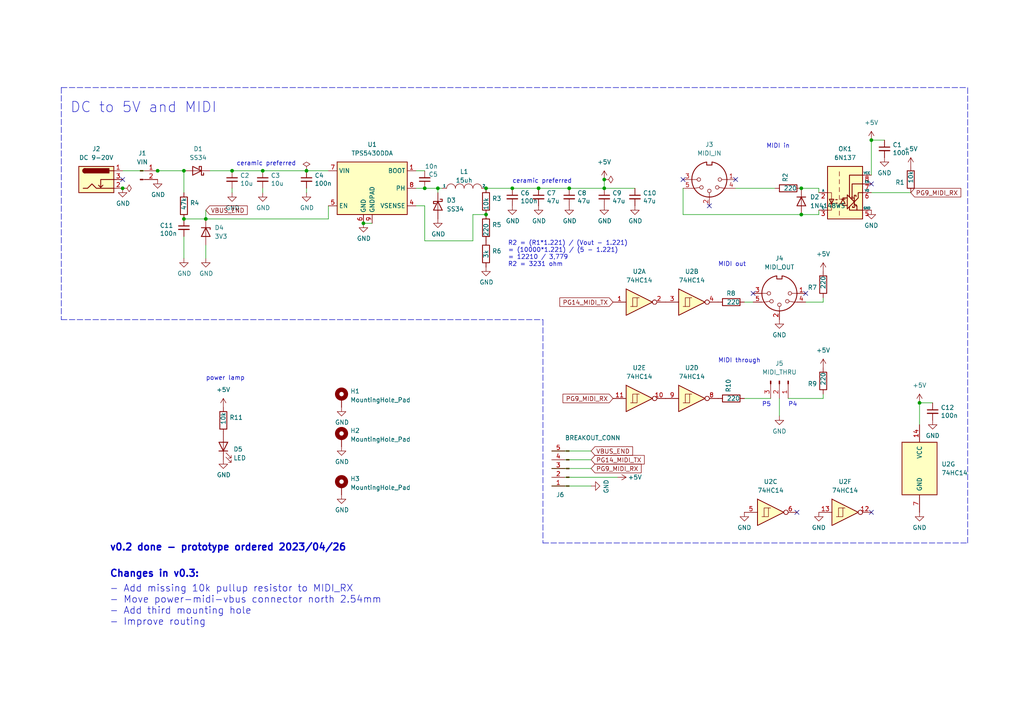
<source format=kicad_sch>
(kicad_sch (version 20211123) (generator eeschema)

  (uuid 5437888a-8972-428e-b2dc-78d31ca30c03)

  (paper "A4")

  (lib_symbols
    (symbol "74xx:74HC14" (pin_names (offset 1.016)) (in_bom yes) (on_board yes)
      (property "Reference" "U" (id 0) (at 0 1.27 0)
        (effects (font (size 1.27 1.27)))
      )
      (property "Value" "74HC14" (id 1) (at 0 -1.27 0)
        (effects (font (size 1.27 1.27)))
      )
      (property "Footprint" "" (id 2) (at 0 0 0)
        (effects (font (size 1.27 1.27)) hide)
      )
      (property "Datasheet" "http://www.ti.com/lit/gpn/sn74HC14" (id 3) (at 0 0 0)
        (effects (font (size 1.27 1.27)) hide)
      )
      (property "ki_locked" "" (id 4) (at 0 0 0)
        (effects (font (size 1.27 1.27)))
      )
      (property "ki_keywords" "HCMOS not inverter" (id 5) (at 0 0 0)
        (effects (font (size 1.27 1.27)) hide)
      )
      (property "ki_description" "Hex inverter schmitt trigger" (id 6) (at 0 0 0)
        (effects (font (size 1.27 1.27)) hide)
      )
      (property "ki_fp_filters" "DIP*W7.62mm*" (id 7) (at 0 0 0)
        (effects (font (size 1.27 1.27)) hide)
      )
      (symbol "74HC14_1_0"
        (polyline
          (pts
            (xy -3.81 3.81)
            (xy -3.81 -3.81)
            (xy 3.81 0)
            (xy -3.81 3.81)
          )
          (stroke (width 0.254) (type default) (color 0 0 0 0))
          (fill (type background))
        )
        (pin input line (at -7.62 0 0) (length 3.81)
          (name "~" (effects (font (size 1.27 1.27))))
          (number "1" (effects (font (size 1.27 1.27))))
        )
        (pin output inverted (at 7.62 0 180) (length 3.81)
          (name "~" (effects (font (size 1.27 1.27))))
          (number "2" (effects (font (size 1.27 1.27))))
        )
      )
      (symbol "74HC14_1_1"
        (polyline
          (pts
            (xy -1.905 -1.27)
            (xy -1.905 1.27)
            (xy -0.635 1.27)
          )
          (stroke (width 0) (type default) (color 0 0 0 0))
          (fill (type none))
        )
        (polyline
          (pts
            (xy -2.54 -1.27)
            (xy -0.635 -1.27)
            (xy -0.635 1.27)
            (xy 0 1.27)
          )
          (stroke (width 0) (type default) (color 0 0 0 0))
          (fill (type none))
        )
      )
      (symbol "74HC14_2_0"
        (polyline
          (pts
            (xy -3.81 3.81)
            (xy -3.81 -3.81)
            (xy 3.81 0)
            (xy -3.81 3.81)
          )
          (stroke (width 0.254) (type default) (color 0 0 0 0))
          (fill (type background))
        )
        (pin input line (at -7.62 0 0) (length 3.81)
          (name "~" (effects (font (size 1.27 1.27))))
          (number "3" (effects (font (size 1.27 1.27))))
        )
        (pin output inverted (at 7.62 0 180) (length 3.81)
          (name "~" (effects (font (size 1.27 1.27))))
          (number "4" (effects (font (size 1.27 1.27))))
        )
      )
      (symbol "74HC14_2_1"
        (polyline
          (pts
            (xy -1.905 -1.27)
            (xy -1.905 1.27)
            (xy -0.635 1.27)
          )
          (stroke (width 0) (type default) (color 0 0 0 0))
          (fill (type none))
        )
        (polyline
          (pts
            (xy -2.54 -1.27)
            (xy -0.635 -1.27)
            (xy -0.635 1.27)
            (xy 0 1.27)
          )
          (stroke (width 0) (type default) (color 0 0 0 0))
          (fill (type none))
        )
      )
      (symbol "74HC14_3_0"
        (polyline
          (pts
            (xy -3.81 3.81)
            (xy -3.81 -3.81)
            (xy 3.81 0)
            (xy -3.81 3.81)
          )
          (stroke (width 0.254) (type default) (color 0 0 0 0))
          (fill (type background))
        )
        (pin input line (at -7.62 0 0) (length 3.81)
          (name "~" (effects (font (size 1.27 1.27))))
          (number "5" (effects (font (size 1.27 1.27))))
        )
        (pin output inverted (at 7.62 0 180) (length 3.81)
          (name "~" (effects (font (size 1.27 1.27))))
          (number "6" (effects (font (size 1.27 1.27))))
        )
      )
      (symbol "74HC14_3_1"
        (polyline
          (pts
            (xy -1.905 -1.27)
            (xy -1.905 1.27)
            (xy -0.635 1.27)
          )
          (stroke (width 0) (type default) (color 0 0 0 0))
          (fill (type none))
        )
        (polyline
          (pts
            (xy -2.54 -1.27)
            (xy -0.635 -1.27)
            (xy -0.635 1.27)
            (xy 0 1.27)
          )
          (stroke (width 0) (type default) (color 0 0 0 0))
          (fill (type none))
        )
      )
      (symbol "74HC14_4_0"
        (polyline
          (pts
            (xy -3.81 3.81)
            (xy -3.81 -3.81)
            (xy 3.81 0)
            (xy -3.81 3.81)
          )
          (stroke (width 0.254) (type default) (color 0 0 0 0))
          (fill (type background))
        )
        (pin output inverted (at 7.62 0 180) (length 3.81)
          (name "~" (effects (font (size 1.27 1.27))))
          (number "8" (effects (font (size 1.27 1.27))))
        )
        (pin input line (at -7.62 0 0) (length 3.81)
          (name "~" (effects (font (size 1.27 1.27))))
          (number "9" (effects (font (size 1.27 1.27))))
        )
      )
      (symbol "74HC14_4_1"
        (polyline
          (pts
            (xy -1.905 -1.27)
            (xy -1.905 1.27)
            (xy -0.635 1.27)
          )
          (stroke (width 0) (type default) (color 0 0 0 0))
          (fill (type none))
        )
        (polyline
          (pts
            (xy -2.54 -1.27)
            (xy -0.635 -1.27)
            (xy -0.635 1.27)
            (xy 0 1.27)
          )
          (stroke (width 0) (type default) (color 0 0 0 0))
          (fill (type none))
        )
      )
      (symbol "74HC14_5_0"
        (polyline
          (pts
            (xy -3.81 3.81)
            (xy -3.81 -3.81)
            (xy 3.81 0)
            (xy -3.81 3.81)
          )
          (stroke (width 0.254) (type default) (color 0 0 0 0))
          (fill (type background))
        )
        (pin output inverted (at 7.62 0 180) (length 3.81)
          (name "~" (effects (font (size 1.27 1.27))))
          (number "10" (effects (font (size 1.27 1.27))))
        )
        (pin input line (at -7.62 0 0) (length 3.81)
          (name "~" (effects (font (size 1.27 1.27))))
          (number "11" (effects (font (size 1.27 1.27))))
        )
      )
      (symbol "74HC14_5_1"
        (polyline
          (pts
            (xy -1.905 -1.27)
            (xy -1.905 1.27)
            (xy -0.635 1.27)
          )
          (stroke (width 0) (type default) (color 0 0 0 0))
          (fill (type none))
        )
        (polyline
          (pts
            (xy -2.54 -1.27)
            (xy -0.635 -1.27)
            (xy -0.635 1.27)
            (xy 0 1.27)
          )
          (stroke (width 0) (type default) (color 0 0 0 0))
          (fill (type none))
        )
      )
      (symbol "74HC14_6_0"
        (polyline
          (pts
            (xy -3.81 3.81)
            (xy -3.81 -3.81)
            (xy 3.81 0)
            (xy -3.81 3.81)
          )
          (stroke (width 0.254) (type default) (color 0 0 0 0))
          (fill (type background))
        )
        (pin output inverted (at 7.62 0 180) (length 3.81)
          (name "~" (effects (font (size 1.27 1.27))))
          (number "12" (effects (font (size 1.27 1.27))))
        )
        (pin input line (at -7.62 0 0) (length 3.81)
          (name "~" (effects (font (size 1.27 1.27))))
          (number "13" (effects (font (size 1.27 1.27))))
        )
      )
      (symbol "74HC14_6_1"
        (polyline
          (pts
            (xy -1.905 -1.27)
            (xy -1.905 1.27)
            (xy -0.635 1.27)
          )
          (stroke (width 0) (type default) (color 0 0 0 0))
          (fill (type none))
        )
        (polyline
          (pts
            (xy -2.54 -1.27)
            (xy -0.635 -1.27)
            (xy -0.635 1.27)
            (xy 0 1.27)
          )
          (stroke (width 0) (type default) (color 0 0 0 0))
          (fill (type none))
        )
      )
      (symbol "74HC14_7_0"
        (pin power_in line (at 0 12.7 270) (length 5.08)
          (name "VCC" (effects (font (size 1.27 1.27))))
          (number "14" (effects (font (size 1.27 1.27))))
        )
        (pin power_in line (at 0 -12.7 90) (length 5.08)
          (name "GND" (effects (font (size 1.27 1.27))))
          (number "7" (effects (font (size 1.27 1.27))))
        )
      )
      (symbol "74HC14_7_1"
        (rectangle (start -5.08 7.62) (end 5.08 -7.62)
          (stroke (width 0.254) (type default) (color 0 0 0 0))
          (fill (type background))
        )
      )
    )
    (symbol "Connector:Barrel_Jack_Switch" (pin_names hide) (in_bom yes) (on_board yes)
      (property "Reference" "J" (id 0) (at 0 5.334 0)
        (effects (font (size 1.27 1.27)))
      )
      (property "Value" "Barrel_Jack_Switch" (id 1) (at 0 -5.08 0)
        (effects (font (size 1.27 1.27)))
      )
      (property "Footprint" "" (id 2) (at 1.27 -1.016 0)
        (effects (font (size 1.27 1.27)) hide)
      )
      (property "Datasheet" "~" (id 3) (at 1.27 -1.016 0)
        (effects (font (size 1.27 1.27)) hide)
      )
      (property "ki_keywords" "DC power barrel jack connector" (id 4) (at 0 0 0)
        (effects (font (size 1.27 1.27)) hide)
      )
      (property "ki_description" "DC Barrel Jack with an internal switch" (id 5) (at 0 0 0)
        (effects (font (size 1.27 1.27)) hide)
      )
      (property "ki_fp_filters" "BarrelJack*" (id 6) (at 0 0 0)
        (effects (font (size 1.27 1.27)) hide)
      )
      (symbol "Barrel_Jack_Switch_0_1"
        (rectangle (start -5.08 3.81) (end 5.08 -3.81)
          (stroke (width 0.254) (type default) (color 0 0 0 0))
          (fill (type background))
        )
        (arc (start -3.302 3.175) (mid -3.937 2.54) (end -3.302 1.905)
          (stroke (width 0.254) (type default) (color 0 0 0 0))
          (fill (type none))
        )
        (arc (start -3.302 3.175) (mid -3.937 2.54) (end -3.302 1.905)
          (stroke (width 0.254) (type default) (color 0 0 0 0))
          (fill (type outline))
        )
        (polyline
          (pts
            (xy 1.27 -2.286)
            (xy 1.905 -1.651)
          )
          (stroke (width 0.254) (type default) (color 0 0 0 0))
          (fill (type none))
        )
        (polyline
          (pts
            (xy 5.08 2.54)
            (xy 3.81 2.54)
          )
          (stroke (width 0.254) (type default) (color 0 0 0 0))
          (fill (type none))
        )
        (polyline
          (pts
            (xy 5.08 0)
            (xy 1.27 0)
            (xy 1.27 -2.286)
            (xy 0.635 -1.651)
          )
          (stroke (width 0.254) (type default) (color 0 0 0 0))
          (fill (type none))
        )
        (polyline
          (pts
            (xy -3.81 -2.54)
            (xy -2.54 -2.54)
            (xy -1.27 -1.27)
            (xy 0 -2.54)
            (xy 2.54 -2.54)
            (xy 5.08 -2.54)
          )
          (stroke (width 0.254) (type default) (color 0 0 0 0))
          (fill (type none))
        )
        (rectangle (start 3.683 3.175) (end -3.302 1.905)
          (stroke (width 0.254) (type default) (color 0 0 0 0))
          (fill (type outline))
        )
      )
      (symbol "Barrel_Jack_Switch_1_1"
        (pin passive line (at 7.62 2.54 180) (length 2.54)
          (name "~" (effects (font (size 1.27 1.27))))
          (number "1" (effects (font (size 1.27 1.27))))
        )
        (pin passive line (at 7.62 -2.54 180) (length 2.54)
          (name "~" (effects (font (size 1.27 1.27))))
          (number "2" (effects (font (size 1.27 1.27))))
        )
        (pin passive line (at 7.62 0 180) (length 2.54)
          (name "~" (effects (font (size 1.27 1.27))))
          (number "3" (effects (font (size 1.27 1.27))))
        )
      )
    )
    (symbol "Connector:Conn_01x02_Male" (pin_names (offset 1.016) hide) (in_bom yes) (on_board yes)
      (property "Reference" "J" (id 0) (at 0 2.54 0)
        (effects (font (size 1.27 1.27)))
      )
      (property "Value" "Conn_01x02_Male" (id 1) (at 0 -5.08 0)
        (effects (font (size 1.27 1.27)))
      )
      (property "Footprint" "" (id 2) (at 0 0 0)
        (effects (font (size 1.27 1.27)) hide)
      )
      (property "Datasheet" "~" (id 3) (at 0 0 0)
        (effects (font (size 1.27 1.27)) hide)
      )
      (property "ki_keywords" "connector" (id 4) (at 0 0 0)
        (effects (font (size 1.27 1.27)) hide)
      )
      (property "ki_description" "Generic connector, single row, 01x02, script generated (kicad-library-utils/schlib/autogen/connector/)" (id 5) (at 0 0 0)
        (effects (font (size 1.27 1.27)) hide)
      )
      (property "ki_fp_filters" "Connector*:*_1x??_*" (id 6) (at 0 0 0)
        (effects (font (size 1.27 1.27)) hide)
      )
      (symbol "Conn_01x02_Male_1_1"
        (polyline
          (pts
            (xy 1.27 -2.54)
            (xy 0.8636 -2.54)
          )
          (stroke (width 0.1524) (type default) (color 0 0 0 0))
          (fill (type none))
        )
        (polyline
          (pts
            (xy 1.27 0)
            (xy 0.8636 0)
          )
          (stroke (width 0.1524) (type default) (color 0 0 0 0))
          (fill (type none))
        )
        (rectangle (start 0.8636 -2.413) (end 0 -2.667)
          (stroke (width 0.1524) (type default) (color 0 0 0 0))
          (fill (type outline))
        )
        (rectangle (start 0.8636 0.127) (end 0 -0.127)
          (stroke (width 0.1524) (type default) (color 0 0 0 0))
          (fill (type outline))
        )
        (pin passive line (at 5.08 0 180) (length 3.81)
          (name "Pin_1" (effects (font (size 1.27 1.27))))
          (number "1" (effects (font (size 1.27 1.27))))
        )
        (pin passive line (at 5.08 -2.54 180) (length 3.81)
          (name "Pin_2" (effects (font (size 1.27 1.27))))
          (number "2" (effects (font (size 1.27 1.27))))
        )
      )
    )
    (symbol "Connector:Conn_01x03_Male" (pin_names (offset 1.016) hide) (in_bom yes) (on_board yes)
      (property "Reference" "J" (id 0) (at 0 5.08 0)
        (effects (font (size 1.27 1.27)))
      )
      (property "Value" "Conn_01x03_Male" (id 1) (at 0 -5.08 0)
        (effects (font (size 1.27 1.27)))
      )
      (property "Footprint" "" (id 2) (at 0 0 0)
        (effects (font (size 1.27 1.27)) hide)
      )
      (property "Datasheet" "~" (id 3) (at 0 0 0)
        (effects (font (size 1.27 1.27)) hide)
      )
      (property "ki_keywords" "connector" (id 4) (at 0 0 0)
        (effects (font (size 1.27 1.27)) hide)
      )
      (property "ki_description" "Generic connector, single row, 01x03, script generated (kicad-library-utils/schlib/autogen/connector/)" (id 5) (at 0 0 0)
        (effects (font (size 1.27 1.27)) hide)
      )
      (property "ki_fp_filters" "Connector*:*_1x??_*" (id 6) (at 0 0 0)
        (effects (font (size 1.27 1.27)) hide)
      )
      (symbol "Conn_01x03_Male_1_1"
        (polyline
          (pts
            (xy 1.27 -2.54)
            (xy 0.8636 -2.54)
          )
          (stroke (width 0.1524) (type default) (color 0 0 0 0))
          (fill (type none))
        )
        (polyline
          (pts
            (xy 1.27 0)
            (xy 0.8636 0)
          )
          (stroke (width 0.1524) (type default) (color 0 0 0 0))
          (fill (type none))
        )
        (polyline
          (pts
            (xy 1.27 2.54)
            (xy 0.8636 2.54)
          )
          (stroke (width 0.1524) (type default) (color 0 0 0 0))
          (fill (type none))
        )
        (rectangle (start 0.8636 -2.413) (end 0 -2.667)
          (stroke (width 0.1524) (type default) (color 0 0 0 0))
          (fill (type outline))
        )
        (rectangle (start 0.8636 0.127) (end 0 -0.127)
          (stroke (width 0.1524) (type default) (color 0 0 0 0))
          (fill (type outline))
        )
        (rectangle (start 0.8636 2.667) (end 0 2.413)
          (stroke (width 0.1524) (type default) (color 0 0 0 0))
          (fill (type outline))
        )
        (pin passive line (at 5.08 2.54 180) (length 3.81)
          (name "Pin_1" (effects (font (size 1.27 1.27))))
          (number "1" (effects (font (size 1.27 1.27))))
        )
        (pin passive line (at 5.08 0 180) (length 3.81)
          (name "Pin_2" (effects (font (size 1.27 1.27))))
          (number "2" (effects (font (size 1.27 1.27))))
        )
        (pin passive line (at 5.08 -2.54 180) (length 3.81)
          (name "Pin_3" (effects (font (size 1.27 1.27))))
          (number "3" (effects (font (size 1.27 1.27))))
        )
      )
    )
    (symbol "Connector:Conn_01x05_Male" (pin_names (offset 1.016) hide) (in_bom yes) (on_board yes)
      (property "Reference" "J" (id 0) (at 0 7.62 0)
        (effects (font (size 1.27 1.27)))
      )
      (property "Value" "Conn_01x05_Male" (id 1) (at 0 -7.62 0)
        (effects (font (size 1.27 1.27)))
      )
      (property "Footprint" "" (id 2) (at 0 0 0)
        (effects (font (size 1.27 1.27)) hide)
      )
      (property "Datasheet" "~" (id 3) (at 0 0 0)
        (effects (font (size 1.27 1.27)) hide)
      )
      (property "ki_keywords" "connector" (id 4) (at 0 0 0)
        (effects (font (size 1.27 1.27)) hide)
      )
      (property "ki_description" "Generic connector, single row, 01x05, script generated (kicad-library-utils/schlib/autogen/connector/)" (id 5) (at 0 0 0)
        (effects (font (size 1.27 1.27)) hide)
      )
      (property "ki_fp_filters" "Connector*:*_1x??_*" (id 6) (at 0 0 0)
        (effects (font (size 1.27 1.27)) hide)
      )
      (symbol "Conn_01x05_Male_1_1"
        (polyline
          (pts
            (xy 1.27 -5.08)
            (xy 0.8636 -5.08)
          )
          (stroke (width 0.1524) (type default) (color 0 0 0 0))
          (fill (type none))
        )
        (polyline
          (pts
            (xy 1.27 -2.54)
            (xy 0.8636 -2.54)
          )
          (stroke (width 0.1524) (type default) (color 0 0 0 0))
          (fill (type none))
        )
        (polyline
          (pts
            (xy 1.27 0)
            (xy 0.8636 0)
          )
          (stroke (width 0.1524) (type default) (color 0 0 0 0))
          (fill (type none))
        )
        (polyline
          (pts
            (xy 1.27 2.54)
            (xy 0.8636 2.54)
          )
          (stroke (width 0.1524) (type default) (color 0 0 0 0))
          (fill (type none))
        )
        (polyline
          (pts
            (xy 1.27 5.08)
            (xy 0.8636 5.08)
          )
          (stroke (width 0.1524) (type default) (color 0 0 0 0))
          (fill (type none))
        )
        (rectangle (start 0.8636 -4.953) (end 0 -5.207)
          (stroke (width 0.1524) (type default) (color 0 0 0 0))
          (fill (type outline))
        )
        (rectangle (start 0.8636 -2.413) (end 0 -2.667)
          (stroke (width 0.1524) (type default) (color 0 0 0 0))
          (fill (type outline))
        )
        (rectangle (start 0.8636 0.127) (end 0 -0.127)
          (stroke (width 0.1524) (type default) (color 0 0 0 0))
          (fill (type outline))
        )
        (rectangle (start 0.8636 2.667) (end 0 2.413)
          (stroke (width 0.1524) (type default) (color 0 0 0 0))
          (fill (type outline))
        )
        (rectangle (start 0.8636 5.207) (end 0 4.953)
          (stroke (width 0.1524) (type default) (color 0 0 0 0))
          (fill (type outline))
        )
        (pin passive line (at 5.08 5.08 180) (length 3.81)
          (name "Pin_1" (effects (font (size 1.27 1.27))))
          (number "1" (effects (font (size 1.27 1.27))))
        )
        (pin passive line (at 5.08 2.54 180) (length 3.81)
          (name "Pin_2" (effects (font (size 1.27 1.27))))
          (number "2" (effects (font (size 1.27 1.27))))
        )
        (pin passive line (at 5.08 0 180) (length 3.81)
          (name "Pin_3" (effects (font (size 1.27 1.27))))
          (number "3" (effects (font (size 1.27 1.27))))
        )
        (pin passive line (at 5.08 -2.54 180) (length 3.81)
          (name "Pin_4" (effects (font (size 1.27 1.27))))
          (number "4" (effects (font (size 1.27 1.27))))
        )
        (pin passive line (at 5.08 -5.08 180) (length 3.81)
          (name "Pin_5" (effects (font (size 1.27 1.27))))
          (number "5" (effects (font (size 1.27 1.27))))
        )
      )
    )
    (symbol "Connector:DIN-5_180degree" (pin_names (offset 1.016)) (in_bom yes) (on_board yes)
      (property "Reference" "J" (id 0) (at 3.175 5.715 0)
        (effects (font (size 1.27 1.27)))
      )
      (property "Value" "DIN-5_180degree" (id 1) (at 0 -6.35 0)
        (effects (font (size 1.27 1.27)))
      )
      (property "Footprint" "" (id 2) (at 0 0 0)
        (effects (font (size 1.27 1.27)) hide)
      )
      (property "Datasheet" "http://www.mouser.com/ds/2/18/40_c091_abd_e-75918.pdf" (id 3) (at 0 0 0)
        (effects (font (size 1.27 1.27)) hide)
      )
      (property "ki_keywords" "circular DIN connector stereo audio" (id 4) (at 0 0 0)
        (effects (font (size 1.27 1.27)) hide)
      )
      (property "ki_description" "5-pin DIN connector (5-pin DIN-5 stereo)" (id 5) (at 0 0 0)
        (effects (font (size 1.27 1.27)) hide)
      )
      (property "ki_fp_filters" "DIN*" (id 6) (at 0 0 0)
        (effects (font (size 1.27 1.27)) hide)
      )
      (symbol "DIN-5_180degree_0_1"
        (arc (start -5.08 0) (mid -3.8609 -3.3364) (end -0.762 -5.08)
          (stroke (width 0.254) (type default) (color 0 0 0 0))
          (fill (type none))
        )
        (circle (center -3.048 0) (radius 0.508)
          (stroke (width 0) (type default) (color 0 0 0 0))
          (fill (type none))
        )
        (circle (center -2.286 2.286) (radius 0.508)
          (stroke (width 0) (type default) (color 0 0 0 0))
          (fill (type none))
        )
        (polyline
          (pts
            (xy -5.08 0)
            (xy -3.556 0)
          )
          (stroke (width 0) (type default) (color 0 0 0 0))
          (fill (type none))
        )
        (polyline
          (pts
            (xy 0 5.08)
            (xy 0 3.81)
          )
          (stroke (width 0) (type default) (color 0 0 0 0))
          (fill (type none))
        )
        (polyline
          (pts
            (xy 5.08 0)
            (xy 3.556 0)
          )
          (stroke (width 0) (type default) (color 0 0 0 0))
          (fill (type none))
        )
        (polyline
          (pts
            (xy -5.08 2.54)
            (xy -4.318 2.54)
            (xy -2.794 2.286)
          )
          (stroke (width 0) (type default) (color 0 0 0 0))
          (fill (type none))
        )
        (polyline
          (pts
            (xy 5.08 2.54)
            (xy 4.318 2.54)
            (xy 2.794 2.286)
          )
          (stroke (width 0) (type default) (color 0 0 0 0))
          (fill (type none))
        )
        (polyline
          (pts
            (xy -0.762 -4.953)
            (xy -0.762 -4.191)
            (xy 0.762 -4.191)
            (xy 0.762 -4.953)
          )
          (stroke (width 0.254) (type default) (color 0 0 0 0))
          (fill (type none))
        )
        (circle (center 0 3.302) (radius 0.508)
          (stroke (width 0) (type default) (color 0 0 0 0))
          (fill (type none))
        )
        (arc (start 0.762 -5.08) (mid 3.8685 -3.343) (end 5.08 0)
          (stroke (width 0.254) (type default) (color 0 0 0 0))
          (fill (type none))
        )
        (circle (center 2.286 2.286) (radius 0.508)
          (stroke (width 0) (type default) (color 0 0 0 0))
          (fill (type none))
        )
        (circle (center 3.048 0) (radius 0.508)
          (stroke (width 0) (type default) (color 0 0 0 0))
          (fill (type none))
        )
        (arc (start 5.08 0) (mid 0 5.08) (end -5.08 0)
          (stroke (width 0.254) (type default) (color 0 0 0 0))
          (fill (type none))
        )
      )
      (symbol "DIN-5_180degree_1_1"
        (pin passive line (at -7.62 0 0) (length 2.54)
          (name "~" (effects (font (size 1.27 1.27))))
          (number "1" (effects (font (size 1.27 1.27))))
        )
        (pin passive line (at 0 7.62 270) (length 2.54)
          (name "~" (effects (font (size 1.27 1.27))))
          (number "2" (effects (font (size 1.27 1.27))))
        )
        (pin passive line (at 7.62 0 180) (length 2.54)
          (name "~" (effects (font (size 1.27 1.27))))
          (number "3" (effects (font (size 1.27 1.27))))
        )
        (pin passive line (at -7.62 2.54 0) (length 2.54)
          (name "~" (effects (font (size 1.27 1.27))))
          (number "4" (effects (font (size 1.27 1.27))))
        )
        (pin passive line (at 7.62 2.54 180) (length 2.54)
          (name "~" (effects (font (size 1.27 1.27))))
          (number "5" (effects (font (size 1.27 1.27))))
        )
      )
    )
    (symbol "Device:C_Small" (pin_numbers hide) (pin_names (offset 0.254) hide) (in_bom yes) (on_board yes)
      (property "Reference" "C" (id 0) (at 0.254 1.778 0)
        (effects (font (size 1.27 1.27)) (justify left))
      )
      (property "Value" "C_Small" (id 1) (at 0.254 -2.032 0)
        (effects (font (size 1.27 1.27)) (justify left))
      )
      (property "Footprint" "" (id 2) (at 0 0 0)
        (effects (font (size 1.27 1.27)) hide)
      )
      (property "Datasheet" "~" (id 3) (at 0 0 0)
        (effects (font (size 1.27 1.27)) hide)
      )
      (property "ki_keywords" "capacitor cap" (id 4) (at 0 0 0)
        (effects (font (size 1.27 1.27)) hide)
      )
      (property "ki_description" "Unpolarized capacitor, small symbol" (id 5) (at 0 0 0)
        (effects (font (size 1.27 1.27)) hide)
      )
      (property "ki_fp_filters" "C_*" (id 6) (at 0 0 0)
        (effects (font (size 1.27 1.27)) hide)
      )
      (symbol "C_Small_0_1"
        (polyline
          (pts
            (xy -1.524 -0.508)
            (xy 1.524 -0.508)
          )
          (stroke (width 0.3302) (type default) (color 0 0 0 0))
          (fill (type none))
        )
        (polyline
          (pts
            (xy -1.524 0.508)
            (xy 1.524 0.508)
          )
          (stroke (width 0.3048) (type default) (color 0 0 0 0))
          (fill (type none))
        )
      )
      (symbol "C_Small_1_1"
        (pin passive line (at 0 2.54 270) (length 2.032)
          (name "~" (effects (font (size 1.27 1.27))))
          (number "1" (effects (font (size 1.27 1.27))))
        )
        (pin passive line (at 0 -2.54 90) (length 2.032)
          (name "~" (effects (font (size 1.27 1.27))))
          (number "2" (effects (font (size 1.27 1.27))))
        )
      )
    )
    (symbol "Device:D_Zener" (pin_numbers hide) (pin_names (offset 1.016) hide) (in_bom yes) (on_board yes)
      (property "Reference" "D" (id 0) (at 0 2.54 0)
        (effects (font (size 1.27 1.27)))
      )
      (property "Value" "D_Zener" (id 1) (at 0 -2.54 0)
        (effects (font (size 1.27 1.27)))
      )
      (property "Footprint" "" (id 2) (at 0 0 0)
        (effects (font (size 1.27 1.27)) hide)
      )
      (property "Datasheet" "~" (id 3) (at 0 0 0)
        (effects (font (size 1.27 1.27)) hide)
      )
      (property "ki_keywords" "diode" (id 4) (at 0 0 0)
        (effects (font (size 1.27 1.27)) hide)
      )
      (property "ki_description" "Zener diode" (id 5) (at 0 0 0)
        (effects (font (size 1.27 1.27)) hide)
      )
      (property "ki_fp_filters" "TO-???* *_Diode_* *SingleDiode* D_*" (id 6) (at 0 0 0)
        (effects (font (size 1.27 1.27)) hide)
      )
      (symbol "D_Zener_0_1"
        (polyline
          (pts
            (xy 1.27 0)
            (xy -1.27 0)
          )
          (stroke (width 0) (type default) (color 0 0 0 0))
          (fill (type none))
        )
        (polyline
          (pts
            (xy -1.27 -1.27)
            (xy -1.27 1.27)
            (xy -0.762 1.27)
          )
          (stroke (width 0.254) (type default) (color 0 0 0 0))
          (fill (type none))
        )
        (polyline
          (pts
            (xy 1.27 -1.27)
            (xy 1.27 1.27)
            (xy -1.27 0)
            (xy 1.27 -1.27)
          )
          (stroke (width 0.254) (type default) (color 0 0 0 0))
          (fill (type none))
        )
      )
      (symbol "D_Zener_1_1"
        (pin passive line (at -3.81 0 0) (length 2.54)
          (name "K" (effects (font (size 1.27 1.27))))
          (number "1" (effects (font (size 1.27 1.27))))
        )
        (pin passive line (at 3.81 0 180) (length 2.54)
          (name "A" (effects (font (size 1.27 1.27))))
          (number "2" (effects (font (size 1.27 1.27))))
        )
      )
    )
    (symbol "Device:LED" (pin_numbers hide) (pin_names (offset 1.016) hide) (in_bom yes) (on_board yes)
      (property "Reference" "D" (id 0) (at 0 2.54 0)
        (effects (font (size 1.27 1.27)))
      )
      (property "Value" "LED" (id 1) (at 0 -2.54 0)
        (effects (font (size 1.27 1.27)))
      )
      (property "Footprint" "" (id 2) (at 0 0 0)
        (effects (font (size 1.27 1.27)) hide)
      )
      (property "Datasheet" "~" (id 3) (at 0 0 0)
        (effects (font (size 1.27 1.27)) hide)
      )
      (property "ki_keywords" "LED diode" (id 4) (at 0 0 0)
        (effects (font (size 1.27 1.27)) hide)
      )
      (property "ki_description" "Light emitting diode" (id 5) (at 0 0 0)
        (effects (font (size 1.27 1.27)) hide)
      )
      (property "ki_fp_filters" "LED* LED_SMD:* LED_THT:*" (id 6) (at 0 0 0)
        (effects (font (size 1.27 1.27)) hide)
      )
      (symbol "LED_0_1"
        (polyline
          (pts
            (xy -1.27 -1.27)
            (xy -1.27 1.27)
          )
          (stroke (width 0.254) (type default) (color 0 0 0 0))
          (fill (type none))
        )
        (polyline
          (pts
            (xy -1.27 0)
            (xy 1.27 0)
          )
          (stroke (width 0) (type default) (color 0 0 0 0))
          (fill (type none))
        )
        (polyline
          (pts
            (xy 1.27 -1.27)
            (xy 1.27 1.27)
            (xy -1.27 0)
            (xy 1.27 -1.27)
          )
          (stroke (width 0.254) (type default) (color 0 0 0 0))
          (fill (type none))
        )
        (polyline
          (pts
            (xy -3.048 -0.762)
            (xy -4.572 -2.286)
            (xy -3.81 -2.286)
            (xy -4.572 -2.286)
            (xy -4.572 -1.524)
          )
          (stroke (width 0) (type default) (color 0 0 0 0))
          (fill (type none))
        )
        (polyline
          (pts
            (xy -1.778 -0.762)
            (xy -3.302 -2.286)
            (xy -2.54 -2.286)
            (xy -3.302 -2.286)
            (xy -3.302 -1.524)
          )
          (stroke (width 0) (type default) (color 0 0 0 0))
          (fill (type none))
        )
      )
      (symbol "LED_1_1"
        (pin passive line (at -3.81 0 0) (length 2.54)
          (name "K" (effects (font (size 1.27 1.27))))
          (number "1" (effects (font (size 1.27 1.27))))
        )
        (pin passive line (at 3.81 0 180) (length 2.54)
          (name "A" (effects (font (size 1.27 1.27))))
          (number "2" (effects (font (size 1.27 1.27))))
        )
      )
    )
    (symbol "Device:R" (pin_numbers hide) (pin_names (offset 0)) (in_bom yes) (on_board yes)
      (property "Reference" "R" (id 0) (at 2.032 0 90)
        (effects (font (size 1.27 1.27)))
      )
      (property "Value" "R" (id 1) (at 0 0 90)
        (effects (font (size 1.27 1.27)))
      )
      (property "Footprint" "" (id 2) (at -1.778 0 90)
        (effects (font (size 1.27 1.27)) hide)
      )
      (property "Datasheet" "~" (id 3) (at 0 0 0)
        (effects (font (size 1.27 1.27)) hide)
      )
      (property "ki_keywords" "R res resistor" (id 4) (at 0 0 0)
        (effects (font (size 1.27 1.27)) hide)
      )
      (property "ki_description" "Resistor" (id 5) (at 0 0 0)
        (effects (font (size 1.27 1.27)) hide)
      )
      (property "ki_fp_filters" "R_*" (id 6) (at 0 0 0)
        (effects (font (size 1.27 1.27)) hide)
      )
      (symbol "R_0_1"
        (rectangle (start -1.016 -2.54) (end 1.016 2.54)
          (stroke (width 0.254) (type default) (color 0 0 0 0))
          (fill (type none))
        )
      )
      (symbol "R_1_1"
        (pin passive line (at 0 3.81 270) (length 1.27)
          (name "~" (effects (font (size 1.27 1.27))))
          (number "1" (effects (font (size 1.27 1.27))))
        )
        (pin passive line (at 0 -3.81 90) (length 1.27)
          (name "~" (effects (font (size 1.27 1.27))))
          (number "2" (effects (font (size 1.27 1.27))))
        )
      )
    )
    (symbol "Diode:1N4148WS" (pin_numbers hide) (pin_names hide) (in_bom yes) (on_board yes)
      (property "Reference" "D" (id 0) (at 0 2.54 0)
        (effects (font (size 1.27 1.27)))
      )
      (property "Value" "1N4148WS" (id 1) (at 0 -2.54 0)
        (effects (font (size 1.27 1.27)))
      )
      (property "Footprint" "Diode_SMD:D_SOD-323" (id 2) (at 0 -4.445 0)
        (effects (font (size 1.27 1.27)) hide)
      )
      (property "Datasheet" "https://www.vishay.com/docs/85751/1n4148ws.pdf" (id 3) (at 0 0 0)
        (effects (font (size 1.27 1.27)) hide)
      )
      (property "ki_keywords" "diode" (id 4) (at 0 0 0)
        (effects (font (size 1.27 1.27)) hide)
      )
      (property "ki_description" "75V 0.15A Fast switching Diode, SOD-323" (id 5) (at 0 0 0)
        (effects (font (size 1.27 1.27)) hide)
      )
      (property "ki_fp_filters" "D*SOD?323*" (id 6) (at 0 0 0)
        (effects (font (size 1.27 1.27)) hide)
      )
      (symbol "1N4148WS_0_1"
        (polyline
          (pts
            (xy -1.27 1.27)
            (xy -1.27 -1.27)
          )
          (stroke (width 0.254) (type default) (color 0 0 0 0))
          (fill (type none))
        )
        (polyline
          (pts
            (xy 1.27 0)
            (xy -1.27 0)
          )
          (stroke (width 0) (type default) (color 0 0 0 0))
          (fill (type none))
        )
        (polyline
          (pts
            (xy 1.27 1.27)
            (xy 1.27 -1.27)
            (xy -1.27 0)
            (xy 1.27 1.27)
          )
          (stroke (width 0.254) (type default) (color 0 0 0 0))
          (fill (type none))
        )
      )
      (symbol "1N4148WS_1_1"
        (pin passive line (at -3.81 0 0) (length 2.54)
          (name "K" (effects (font (size 1.27 1.27))))
          (number "1" (effects (font (size 1.27 1.27))))
        )
        (pin passive line (at 3.81 0 180) (length 2.54)
          (name "A" (effects (font (size 1.27 1.27))))
          (number "2" (effects (font (size 1.27 1.27))))
        )
      )
    )
    (symbol "Diode:1N5819" (pin_numbers hide) (pin_names (offset 1.016) hide) (in_bom yes) (on_board yes)
      (property "Reference" "D" (id 0) (at 0 2.54 0)
        (effects (font (size 1.27 1.27)))
      )
      (property "Value" "1N5819" (id 1) (at 0 -2.54 0)
        (effects (font (size 1.27 1.27)))
      )
      (property "Footprint" "Diode_THT:D_DO-41_SOD81_P10.16mm_Horizontal" (id 2) (at 0 -4.445 0)
        (effects (font (size 1.27 1.27)) hide)
      )
      (property "Datasheet" "http://www.vishay.com/docs/88525/1n5817.pdf" (id 3) (at 0 0 0)
        (effects (font (size 1.27 1.27)) hide)
      )
      (property "ki_keywords" "diode Schottky" (id 4) (at 0 0 0)
        (effects (font (size 1.27 1.27)) hide)
      )
      (property "ki_description" "40V 1A Schottky Barrier Rectifier Diode, DO-41" (id 5) (at 0 0 0)
        (effects (font (size 1.27 1.27)) hide)
      )
      (property "ki_fp_filters" "D*DO?41*" (id 6) (at 0 0 0)
        (effects (font (size 1.27 1.27)) hide)
      )
      (symbol "1N5819_0_1"
        (polyline
          (pts
            (xy 1.27 0)
            (xy -1.27 0)
          )
          (stroke (width 0) (type default) (color 0 0 0 0))
          (fill (type none))
        )
        (polyline
          (pts
            (xy 1.27 1.27)
            (xy 1.27 -1.27)
            (xy -1.27 0)
            (xy 1.27 1.27)
          )
          (stroke (width 0.254) (type default) (color 0 0 0 0))
          (fill (type none))
        )
        (polyline
          (pts
            (xy -1.905 0.635)
            (xy -1.905 1.27)
            (xy -1.27 1.27)
            (xy -1.27 -1.27)
            (xy -0.635 -1.27)
            (xy -0.635 -0.635)
          )
          (stroke (width 0.254) (type default) (color 0 0 0 0))
          (fill (type none))
        )
      )
      (symbol "1N5819_1_1"
        (pin passive line (at -3.81 0 0) (length 2.54)
          (name "K" (effects (font (size 1.27 1.27))))
          (number "1" (effects (font (size 1.27 1.27))))
        )
        (pin passive line (at 3.81 0 180) (length 2.54)
          (name "A" (effects (font (size 1.27 1.27))))
          (number "2" (effects (font (size 1.27 1.27))))
        )
      )
    )
    (symbol "Isolator:6N137" (pin_names (offset 0)) (in_bom yes) (on_board yes)
      (property "Reference" "U" (id 0) (at -4.064 8.89 0)
        (effects (font (size 1.27 1.27)))
      )
      (property "Value" "6N137" (id 1) (at 0 -8.89 0)
        (effects (font (size 1.27 1.27)))
      )
      (property "Footprint" "Package_DIP:DIP-8_W7.62mm" (id 2) (at 0 -12.7 0)
        (effects (font (size 1.27 1.27)) hide)
      )
      (property "Datasheet" "https://docs.broadcom.com/docs/AV02-0940EN" (id 3) (at -21.59 13.97 0)
        (effects (font (size 1.27 1.27)) hide)
      )
      (property "ki_keywords" "High speed optically coupled gates enable" (id 4) (at 0 0 0)
        (effects (font (size 1.27 1.27)) hide)
      )
      (property "ki_description" "Single High Speed LSTTL/TTL Compatible Optocoupler with enable, dV/dt 1000/us, VCM 10, max 7V VCC, DIP-8" (id 5) (at 0 0 0)
        (effects (font (size 1.27 1.27)) hide)
      )
      (property "ki_fp_filters" "DIP*W7.62mm*" (id 6) (at 0 0 0)
        (effects (font (size 1.27 1.27)) hide)
      )
      (symbol "6N137_0_1"
        (polyline
          (pts
            (xy 2.667 -3.556)
            (xy 2.667 -1.651)
          )
          (stroke (width 0.254) (type default) (color 0 0 0 0))
          (fill (type none))
        )
        (polyline
          (pts
            (xy 2.667 -2.159)
            (xy 2.667 -2.921)
          )
          (stroke (width 0.254) (type default) (color 0 0 0 0))
          (fill (type none))
        )
        (polyline
          (pts
            (xy 3.429 -3.937)
            (xy 3.429 -5.08)
          )
          (stroke (width 0.254) (type default) (color 0 0 0 0))
          (fill (type none))
        )
        (polyline
          (pts
            (xy -0.635 -3.302)
            (xy -0.635 -3.683)
            (xy 0.635 -3.683)
          )
          (stroke (width 0.254) (type default) (color 0 0 0 0))
          (fill (type none))
        )
        (polyline
          (pts
            (xy -0.635 -1.905)
            (xy -0.635 -1.524)
            (xy 0.508 -1.524)
          )
          (stroke (width 0.254) (type default) (color 0 0 0 0))
          (fill (type none))
        )
        (polyline
          (pts
            (xy 1.27 -4.064)
            (xy 1.27 -5.08)
            (xy 5.08 -5.08)
          )
          (stroke (width 0.254) (type default) (color 0 0 0 0))
          (fill (type none))
        )
        (polyline
          (pts
            (xy 1.27 -1.27)
            (xy 1.27 5.08)
            (xy 5.08 5.08)
          )
          (stroke (width 0.254) (type default) (color 0 0 0 0))
          (fill (type none))
        )
        (polyline
          (pts
            (xy 2.032 -1.27)
            (xy 2.032 2.54)
            (xy 5.08 2.54)
          )
          (stroke (width 0.254) (type default) (color 0 0 0 0))
          (fill (type none))
        )
        (polyline
          (pts
            (xy -5.08 -5.08)
            (xy -3.937 -5.08)
            (xy -3.937 0)
            (xy -5.08 0)
          )
          (stroke (width 0) (type default) (color 0 0 0 0))
          (fill (type none))
        )
        (polyline
          (pts
            (xy 2.667 -3.302)
            (xy 2.667 -4.318)
            (xy 2.159 -4.318)
            (xy 2.159 -3.937)
          )
          (stroke (width 0.254) (type default) (color 0 0 0 0))
          (fill (type none))
        )
        (polyline
          (pts
            (xy 2.667 -2.667)
            (xy 0.635 -4.699)
            (xy 0.635 -0.635)
            (xy 2.667 -2.667)
          )
          (stroke (width 0.254) (type default) (color 0 0 0 0))
          (fill (type none))
        )
        (polyline
          (pts
            (xy 2.667 -1.778)
            (xy 2.667 -0.762)
            (xy 3.175 -0.762)
            (xy 3.175 -1.143)
          )
          (stroke (width 0.254) (type default) (color 0 0 0 0))
          (fill (type none))
        )
        (polyline
          (pts
            (xy 2.794 -2.54)
            (xy 3.81 -1.524)
            (xy 3.81 0)
            (xy 5.08 0)
          )
          (stroke (width 0.254) (type default) (color 0 0 0 0))
          (fill (type none))
        )
        (polyline
          (pts
            (xy 2.667 -3.175)
            (xy 3.429 -3.937)
            (xy 3.302 -3.556)
            (xy 3.048 -3.81)
            (xy 3.429 -3.937)
          )
          (stroke (width 0.254) (type default) (color 0 0 0 0))
          (fill (type none))
        )
        (circle (center 2.032 -1.524) (radius 0.254)
          (stroke (width 0.254) (type default) (color 0 0 0 0))
          (fill (type none))
        )
      )
      (symbol "6N137_1_1"
        (rectangle (start -5.08 7.62) (end 5.08 -7.62)
          (stroke (width 0.254) (type default) (color 0 0 0 0))
          (fill (type background))
        )
        (polyline
          (pts
            (xy -4.572 -3.175)
            (xy -3.302 -3.175)
          )
          (stroke (width 0.254) (type default) (color 0 0 0 0))
          (fill (type none))
        )
        (polyline
          (pts
            (xy -1.651 -5.334)
            (xy -1.651 -6.604)
          )
          (stroke (width 0) (type default) (color 0 0 0 0))
          (fill (type none))
        )
        (polyline
          (pts
            (xy -1.651 -3.048)
            (xy -1.651 -4.318)
          )
          (stroke (width 0) (type default) (color 0 0 0 0))
          (fill (type none))
        )
        (polyline
          (pts
            (xy -1.651 -0.762)
            (xy -1.651 -2.032)
          )
          (stroke (width 0) (type default) (color 0 0 0 0))
          (fill (type none))
        )
        (polyline
          (pts
            (xy -1.651 1.524)
            (xy -1.651 0.254)
          )
          (stroke (width 0) (type default) (color 0 0 0 0))
          (fill (type none))
        )
        (polyline
          (pts
            (xy -1.651 3.81)
            (xy -1.651 2.54)
          )
          (stroke (width 0) (type default) (color 0 0 0 0))
          (fill (type none))
        )
        (polyline
          (pts
            (xy -1.651 6.096)
            (xy -1.651 4.826)
          )
          (stroke (width 0) (type default) (color 0 0 0 0))
          (fill (type none))
        )
        (polyline
          (pts
            (xy -1.27 -1.905)
            (xy 0 -1.905)
          )
          (stroke (width 0.254) (type default) (color 0 0 0 0))
          (fill (type none))
        )
        (polyline
          (pts
            (xy -3.937 -3.175)
            (xy -4.572 -1.905)
            (xy -3.302 -1.905)
            (xy -3.937 -3.175)
          )
          (stroke (width 0.254) (type default) (color 0 0 0 0))
          (fill (type none))
        )
        (polyline
          (pts
            (xy -0.635 -1.905)
            (xy -1.27 -3.175)
            (xy 0 -3.175)
            (xy -0.635 -1.905)
          )
          (stroke (width 0.254) (type default) (color 0 0 0 0))
          (fill (type none))
        )
        (polyline
          (pts
            (xy -2.921 -3.048)
            (xy -2.159 -3.048)
            (xy -2.54 -3.175)
            (xy -2.54 -2.921)
            (xy -2.159 -3.048)
          )
          (stroke (width 0.127) (type default) (color 0 0 0 0))
          (fill (type none))
        )
        (polyline
          (pts
            (xy -2.921 -2.032)
            (xy -2.159 -2.032)
            (xy -2.54 -2.159)
            (xy -2.54 -1.905)
            (xy -2.159 -2.032)
          )
          (stroke (width 0.127) (type default) (color 0 0 0 0))
          (fill (type none))
        )
        (pin no_connect line (at -5.08 5.08 0) (length 2.54) hide
          (name "NC" (effects (font (size 0.635 0.635))))
          (number "1" (effects (font (size 1.27 1.27))))
        )
        (pin passive line (at -7.62 0 0) (length 2.54)
          (name "A" (effects (font (size 0.635 0.635))))
          (number "2" (effects (font (size 1.27 1.27))))
        )
        (pin passive line (at -7.62 -5.08 0) (length 2.54)
          (name "C" (effects (font (size 0.635 0.635))))
          (number "3" (effects (font (size 1.27 1.27))))
        )
        (pin power_in line (at 7.62 -5.08 180) (length 2.54)
          (name "GND" (effects (font (size 0.635 0.635))))
          (number "5" (effects (font (size 1.27 1.27))))
        )
        (pin open_collector line (at 7.62 0 180) (length 2.54)
          (name "VO" (effects (font (size 0.635 0.635))))
          (number "6" (effects (font (size 1.27 1.27))))
        )
        (pin input line (at 7.62 2.54 180) (length 2.54)
          (name "EN" (effects (font (size 0.635 0.635))))
          (number "7" (effects (font (size 1.27 1.27))))
        )
        (pin power_in line (at 7.62 5.08 180) (length 2.54)
          (name "VCC" (effects (font (size 0.635 0.635))))
          (number "8" (effects (font (size 1.27 1.27))))
        )
      )
    )
    (symbol "Mechanical:MountingHole_Pad" (pin_numbers hide) (pin_names (offset 1.016) hide) (in_bom yes) (on_board yes)
      (property "Reference" "H" (id 0) (at 0 6.35 0)
        (effects (font (size 1.27 1.27)))
      )
      (property "Value" "MountingHole_Pad" (id 1) (at 0 4.445 0)
        (effects (font (size 1.27 1.27)))
      )
      (property "Footprint" "" (id 2) (at 0 0 0)
        (effects (font (size 1.27 1.27)) hide)
      )
      (property "Datasheet" "~" (id 3) (at 0 0 0)
        (effects (font (size 1.27 1.27)) hide)
      )
      (property "ki_keywords" "mounting hole" (id 4) (at 0 0 0)
        (effects (font (size 1.27 1.27)) hide)
      )
      (property "ki_description" "Mounting Hole with connection" (id 5) (at 0 0 0)
        (effects (font (size 1.27 1.27)) hide)
      )
      (property "ki_fp_filters" "MountingHole*Pad*" (id 6) (at 0 0 0)
        (effects (font (size 1.27 1.27)) hide)
      )
      (symbol "MountingHole_Pad_0_1"
        (circle (center 0 1.27) (radius 1.27)
          (stroke (width 1.27) (type default) (color 0 0 0 0))
          (fill (type none))
        )
      )
      (symbol "MountingHole_Pad_1_1"
        (pin input line (at 0 -2.54 90) (length 2.54)
          (name "1" (effects (font (size 1.27 1.27))))
          (number "1" (effects (font (size 1.27 1.27))))
        )
      )
    )
    (symbol "Regulator_Switching:TPS5430DDA" (in_bom yes) (on_board yes)
      (property "Reference" "U" (id 0) (at -10.16 8.89 0)
        (effects (font (size 1.27 1.27)) (justify left))
      )
      (property "Value" "TPS5430DDA" (id 1) (at -1.27 8.89 0)
        (effects (font (size 1.27 1.27)) (justify left))
      )
      (property "Footprint" "Package_SO:TI_SO-PowerPAD-8_ThermalVias" (id 2) (at 1.27 -8.89 0)
        (effects (font (size 1.27 1.27) italic) (justify left) hide)
      )
      (property "Datasheet" "http://www.ti.com/lit/ds/symlink/tps5430.pdf" (id 3) (at 0 0 0)
        (effects (font (size 1.27 1.27)) hide)
      )
      (property "ki_keywords" "Step-Down DC-DC Switching Regulator" (id 4) (at 0 0 0)
        (effects (font (size 1.27 1.27)) hide)
      )
      (property "ki_description" "3A, Step Down Swift Converter, Adjustable Output Voltage, 5.5-36V Input Voltage, PowerSO-8" (id 5) (at 0 0 0)
        (effects (font (size 1.27 1.27)) hide)
      )
      (property "ki_fp_filters" "TI*SO*PowerPAD*ThermalVias*" (id 6) (at 0 0 0)
        (effects (font (size 1.27 1.27)) hide)
      )
      (symbol "TPS5430DDA_0_1"
        (rectangle (start -10.16 7.62) (end 10.16 -7.62)
          (stroke (width 0.254) (type default) (color 0 0 0 0))
          (fill (type background))
        )
      )
      (symbol "TPS5430DDA_1_1"
        (pin input line (at 12.7 5.08 180) (length 2.54)
          (name "BOOT" (effects (font (size 1.27 1.27))))
          (number "1" (effects (font (size 1.27 1.27))))
        )
        (pin no_connect line (at -10.16 2.54 0) (length 2.54) hide
          (name "NC" (effects (font (size 1.27 1.27))))
          (number "2" (effects (font (size 1.27 1.27))))
        )
        (pin no_connect line (at -10.16 -2.54 0) (length 2.54) hide
          (name "NC" (effects (font (size 1.27 1.27))))
          (number "3" (effects (font (size 1.27 1.27))))
        )
        (pin input line (at 12.7 -5.08 180) (length 2.54)
          (name "VSENSE" (effects (font (size 1.27 1.27))))
          (number "4" (effects (font (size 1.27 1.27))))
        )
        (pin input line (at -12.7 -5.08 0) (length 2.54)
          (name "EN" (effects (font (size 1.27 1.27))))
          (number "5" (effects (font (size 1.27 1.27))))
        )
        (pin power_in line (at -2.54 -10.16 90) (length 2.54)
          (name "GND" (effects (font (size 1.27 1.27))))
          (number "6" (effects (font (size 1.27 1.27))))
        )
        (pin power_in line (at -12.7 5.08 0) (length 2.54)
          (name "VIN" (effects (font (size 1.27 1.27))))
          (number "7" (effects (font (size 1.27 1.27))))
        )
        (pin output line (at 12.7 0 180) (length 2.54)
          (name "PH" (effects (font (size 1.27 1.27))))
          (number "8" (effects (font (size 1.27 1.27))))
        )
        (pin power_in line (at 0 -10.16 90) (length 2.54)
          (name "GNDPAD" (effects (font (size 1.27 1.27))))
          (number "9" (effects (font (size 1.27 1.27))))
        )
      )
    )
    (symbol "power:+5V" (power) (pin_names (offset 0)) (in_bom yes) (on_board yes)
      (property "Reference" "#PWR" (id 0) (at 0 -3.81 0)
        (effects (font (size 1.27 1.27)) hide)
      )
      (property "Value" "+5V" (id 1) (at 0 3.556 0)
        (effects (font (size 1.27 1.27)))
      )
      (property "Footprint" "" (id 2) (at 0 0 0)
        (effects (font (size 1.27 1.27)) hide)
      )
      (property "Datasheet" "" (id 3) (at 0 0 0)
        (effects (font (size 1.27 1.27)) hide)
      )
      (property "ki_keywords" "global power" (id 4) (at 0 0 0)
        (effects (font (size 1.27 1.27)) hide)
      )
      (property "ki_description" "Power symbol creates a global label with name \"+5V\"" (id 5) (at 0 0 0)
        (effects (font (size 1.27 1.27)) hide)
      )
      (symbol "+5V_0_1"
        (polyline
          (pts
            (xy -0.762 1.27)
            (xy 0 2.54)
          )
          (stroke (width 0) (type default) (color 0 0 0 0))
          (fill (type none))
        )
        (polyline
          (pts
            (xy 0 0)
            (xy 0 2.54)
          )
          (stroke (width 0) (type default) (color 0 0 0 0))
          (fill (type none))
        )
        (polyline
          (pts
            (xy 0 2.54)
            (xy 0.762 1.27)
          )
          (stroke (width 0) (type default) (color 0 0 0 0))
          (fill (type none))
        )
      )
      (symbol "+5V_1_1"
        (pin power_in line (at 0 0 90) (length 0) hide
          (name "+5V" (effects (font (size 1.27 1.27))))
          (number "1" (effects (font (size 1.27 1.27))))
        )
      )
    )
    (symbol "power:GND" (power) (pin_names (offset 0)) (in_bom yes) (on_board yes)
      (property "Reference" "#PWR" (id 0) (at 0 -6.35 0)
        (effects (font (size 1.27 1.27)) hide)
      )
      (property "Value" "GND" (id 1) (at 0 -3.81 0)
        (effects (font (size 1.27 1.27)))
      )
      (property "Footprint" "" (id 2) (at 0 0 0)
        (effects (font (size 1.27 1.27)) hide)
      )
      (property "Datasheet" "" (id 3) (at 0 0 0)
        (effects (font (size 1.27 1.27)) hide)
      )
      (property "ki_keywords" "global power" (id 4) (at 0 0 0)
        (effects (font (size 1.27 1.27)) hide)
      )
      (property "ki_description" "Power symbol creates a global label with name \"GND\" , ground" (id 5) (at 0 0 0)
        (effects (font (size 1.27 1.27)) hide)
      )
      (symbol "GND_0_1"
        (polyline
          (pts
            (xy 0 0)
            (xy 0 -1.27)
            (xy 1.27 -1.27)
            (xy 0 -2.54)
            (xy -1.27 -1.27)
            (xy 0 -1.27)
          )
          (stroke (width 0) (type default) (color 0 0 0 0))
          (fill (type none))
        )
      )
      (symbol "GND_1_1"
        (pin power_in line (at 0 0 270) (length 0) hide
          (name "GND" (effects (font (size 1.27 1.27))))
          (number "1" (effects (font (size 1.27 1.27))))
        )
      )
    )
    (symbol "power:PWR_FLAG" (power) (pin_numbers hide) (pin_names (offset 0) hide) (in_bom yes) (on_board yes)
      (property "Reference" "#FLG" (id 0) (at 0 1.905 0)
        (effects (font (size 1.27 1.27)) hide)
      )
      (property "Value" "PWR_FLAG" (id 1) (at 0 3.81 0)
        (effects (font (size 1.27 1.27)))
      )
      (property "Footprint" "" (id 2) (at 0 0 0)
        (effects (font (size 1.27 1.27)) hide)
      )
      (property "Datasheet" "~" (id 3) (at 0 0 0)
        (effects (font (size 1.27 1.27)) hide)
      )
      (property "ki_keywords" "flag power" (id 4) (at 0 0 0)
        (effects (font (size 1.27 1.27)) hide)
      )
      (property "ki_description" "Special symbol for telling ERC where power comes from" (id 5) (at 0 0 0)
        (effects (font (size 1.27 1.27)) hide)
      )
      (symbol "PWR_FLAG_0_0"
        (pin power_out line (at 0 0 90) (length 0)
          (name "pwr" (effects (font (size 1.27 1.27))))
          (number "1" (effects (font (size 1.27 1.27))))
        )
      )
      (symbol "PWR_FLAG_0_1"
        (polyline
          (pts
            (xy 0 0)
            (xy 0 1.27)
            (xy -1.016 1.905)
            (xy 0 2.54)
            (xy 1.016 1.905)
            (xy 0 1.27)
          )
          (stroke (width 0) (type default) (color 0 0 0 0))
          (fill (type none))
        )
      )
    )
    (symbol "pspice:INDUCTOR" (pin_numbers hide) (pin_names (offset 0)) (in_bom yes) (on_board yes)
      (property "Reference" "L" (id 0) (at 0 2.54 0)
        (effects (font (size 1.27 1.27)))
      )
      (property "Value" "INDUCTOR" (id 1) (at 0 -1.27 0)
        (effects (font (size 1.27 1.27)))
      )
      (property "Footprint" "" (id 2) (at 0 0 0)
        (effects (font (size 1.27 1.27)) hide)
      )
      (property "Datasheet" "~" (id 3) (at 0 0 0)
        (effects (font (size 1.27 1.27)) hide)
      )
      (property "ki_keywords" "simulation" (id 4) (at 0 0 0)
        (effects (font (size 1.27 1.27)) hide)
      )
      (property "ki_description" "Inductor symbol for simulation only" (id 5) (at 0 0 0)
        (effects (font (size 1.27 1.27)) hide)
      )
      (symbol "INDUCTOR_0_1"
        (arc (start -2.54 0) (mid -3.81 1.27) (end -5.08 0)
          (stroke (width 0) (type default) (color 0 0 0 0))
          (fill (type none))
        )
        (arc (start 0 0) (mid -1.27 1.27) (end -2.54 0)
          (stroke (width 0) (type default) (color 0 0 0 0))
          (fill (type none))
        )
        (arc (start 2.54 0) (mid 1.27 1.27) (end 0 0)
          (stroke (width 0) (type default) (color 0 0 0 0))
          (fill (type none))
        )
        (arc (start 5.08 0) (mid 3.81 1.27) (end 2.54 0)
          (stroke (width 0) (type default) (color 0 0 0 0))
          (fill (type none))
        )
      )
      (symbol "INDUCTOR_1_1"
        (pin input line (at -6.35 0 0) (length 1.27)
          (name "1" (effects (font (size 0.762 0.762))))
          (number "1" (effects (font (size 0.762 0.762))))
        )
        (pin input line (at 6.35 0 180) (length 1.27)
          (name "2" (effects (font (size 0.762 0.762))))
          (number "2" (effects (font (size 0.762 0.762))))
        )
      )
    )
  )

  (junction (at 266.7 116.84) (diameter 0) (color 0 0 0 0)
    (uuid 03f48176-857b-46d2-a9e0-5b45e9947b47)
  )
  (junction (at 140.97 54.61) (diameter 0) (color 0 0 0 0)
    (uuid 118d0fac-ce10-4274-bfce-fa7a1d431b89)
  )
  (junction (at 88.9 49.53) (diameter 0) (color 0 0 0 0)
    (uuid 13488b9e-b056-4588-9ded-aa8de6c82726)
  )
  (junction (at 232.41 62.23) (diameter 0) (color 0 0 0 0)
    (uuid 1538338a-4efd-4595-b871-a779c890e982)
  )
  (junction (at 123.19 54.61) (diameter 0) (color 0 0 0 0)
    (uuid 1559aeda-138e-4e09-9739-3c8bfc73160e)
  )
  (junction (at 175.26 52.07) (diameter 0) (color 0 0 0 0)
    (uuid 1d1ce4ad-43d3-41fb-a0cf-4240d6302167)
  )
  (junction (at 67.31 49.53) (diameter 0) (color 0 0 0 0)
    (uuid 44102f12-3a62-407c-96ec-36b8fae73fee)
  )
  (junction (at 175.26 54.61) (diameter 0) (color 0 0 0 0)
    (uuid 4bdca674-a640-4f05-929c-1ce573af0754)
  )
  (junction (at 35.56 54.61) (diameter 0) (color 0 0 0 0)
    (uuid 4cbcf3e9-e46c-45bd-b883-66f0a47d4801)
  )
  (junction (at 53.34 49.53) (diameter 0) (color 0 0 0 0)
    (uuid 4d8ce6ab-362c-4fb9-af07-fac427053059)
  )
  (junction (at 140.97 62.23) (diameter 0) (color 0 0 0 0)
    (uuid 4ff77a2d-bf9b-4626-ae78-fff91d8d178c)
  )
  (junction (at 232.41 54.61) (diameter 0) (color 0 0 0 0)
    (uuid 6ca47758-43ce-4a5e-9452-9187ad6a6c58)
  )
  (junction (at 156.21 54.61) (diameter 0) (color 0 0 0 0)
    (uuid 6f2ce144-dc19-44cf-95c8-85c5b78237c9)
  )
  (junction (at 127 54.61) (diameter 0) (color 0 0 0 0)
    (uuid 72b09c07-2fe1-46b6-a915-41eeae9acf6f)
  )
  (junction (at 76.2 49.53) (diameter 0) (color 0 0 0 0)
    (uuid 72cb95f1-9c61-437d-bbf2-0a76660db57c)
  )
  (junction (at 105.41 64.77) (diameter 0) (color 0 0 0 0)
    (uuid 91225ff8-3d5a-4a20-9abe-676b26d68244)
  )
  (junction (at 53.34 63.5) (diameter 0) (color 0 0 0 0)
    (uuid 9d6b736e-03a5-464b-90ac-4023eacb5319)
  )
  (junction (at 59.69 63.5) (diameter 0) (color 0 0 0 0)
    (uuid b8e6f639-4dc3-4ae8-84fe-246d674c5ecb)
  )
  (junction (at 252.73 40.64) (diameter 0) (color 0 0 0 0)
    (uuid e49e015b-1134-4924-9a45-3a27da3fe0b5)
  )
  (junction (at 148.59 54.61) (diameter 0) (color 0 0 0 0)
    (uuid e98c46e0-a984-4b4b-9a08-bd002d7cf5b3)
  )
  (junction (at 45.72 49.53) (diameter 0) (color 0 0 0 0)
    (uuid f60f19d2-8a1d-4c82-85cd-c9c41bbdc7a7)
  )
  (junction (at 165.1 54.61) (diameter 0) (color 0 0 0 0)
    (uuid fd3c2b9e-3462-4f98-8266-2d0833cfee56)
  )

  (no_connect (at 231.14 148.59) (uuid 04847da0-be5e-482f-b2a6-fa0c6cf72885))
  (no_connect (at 213.36 52.07) (uuid 0debeb00-41bc-4598-8355-2436db9a0b79))
  (no_connect (at 205.74 59.69) (uuid 3a8e4484-1422-4cae-9dbe-f250edd24ed6))
  (no_connect (at 198.12 52.07) (uuid 5c9f77a0-a03b-43be-9625-f4551c679f7a))
  (no_connect (at 35.56 52.07) (uuid 70e44f0c-813d-4ee0-9daa-f1fa8962c049))
  (no_connect (at 252.73 53.34) (uuid 8107e28a-ac03-4637-99e0-a05770f71cd8))
  (no_connect (at 252.73 148.59) (uuid c7fa5410-bf4c-4436-af55-57f55cf2bb35))
  (no_connect (at 233.68 85.09) (uuid f4d8dc9c-9be8-4211-aecd-df1971bf9672))
  (no_connect (at 218.44 85.09) (uuid f59ada7a-9e40-4b5c-bc9e-150528804944))

  (wire (pts (xy 120.65 49.53) (xy 123.19 49.53))
    (stroke (width 0) (type default) (color 0 0 0 0))
    (uuid 0188b4b7-8a79-43e7-9e38-da06d04f9955)
  )
  (wire (pts (xy 213.36 54.61) (xy 224.79 54.61))
    (stroke (width 0) (type default) (color 0 0 0 0))
    (uuid 04ef9b93-054e-4da0-856e-3dec3b910683)
  )
  (wire (pts (xy 175.26 54.61) (xy 184.15 54.61))
    (stroke (width 0) (type default) (color 0 0 0 0))
    (uuid 052aa4a1-86d3-4755-a802-7f2f77356e0f)
  )
  (wire (pts (xy 67.31 55.88) (xy 67.31 54.61))
    (stroke (width 0) (type default) (color 0 0 0 0))
    (uuid 059a98ad-e9e4-4287-84c2-ccb99f467ff4)
  )
  (wire (pts (xy 76.2 49.53) (xy 88.9 49.53))
    (stroke (width 0) (type default) (color 0 0 0 0))
    (uuid 08fafcb5-2952-4a64-93ad-4ca7dda949d5)
  )
  (wire (pts (xy 59.69 60.96) (xy 59.69 63.5))
    (stroke (width 0) (type default) (color 0 0 0 0))
    (uuid 1111f335-b711-4a40-a177-9f4332f726f7)
  )
  (wire (pts (xy 53.34 74.93) (xy 53.34 68.58))
    (stroke (width 0) (type default) (color 0 0 0 0))
    (uuid 141e4c83-5423-4fb6-81d4-a7476ec4c6f3)
  )
  (wire (pts (xy 175.26 52.07) (xy 175.26 54.61))
    (stroke (width 0) (type default) (color 0 0 0 0))
    (uuid 14348a21-6bc5-4a10-b204-385b7fefb0ce)
  )
  (wire (pts (xy 215.9 87.63) (xy 218.44 87.63))
    (stroke (width 0) (type default) (color 0 0 0 0))
    (uuid 1a50091b-bb6e-49c1-a762-167f969f7704)
  )
  (wire (pts (xy 228.6 115.57) (xy 238.76 115.57))
    (stroke (width 0) (type default) (color 0 0 0 0))
    (uuid 1ae4cb8e-ba72-45fd-93fd-81c121a450f5)
  )
  (wire (pts (xy 237.49 60.96) (xy 237.49 62.23))
    (stroke (width 0) (type default) (color 0 0 0 0))
    (uuid 214ee1fb-c7d2-4d7e-b654-7b8c2fd79970)
  )
  (wire (pts (xy 165.1 54.61) (xy 175.26 54.61))
    (stroke (width 0) (type default) (color 0 0 0 0))
    (uuid 276145d0-53d8-4bc5-9f67-c713590ad78a)
  )
  (wire (pts (xy 53.34 63.5) (xy 59.69 63.5))
    (stroke (width 0) (type default) (color 0 0 0 0))
    (uuid 27bb1efb-1dc1-4896-8514-94b740da1ae7)
  )
  (wire (pts (xy 232.41 62.23) (xy 237.49 62.23))
    (stroke (width 0) (type default) (color 0 0 0 0))
    (uuid 29554456-b621-413a-891d-4c7c17c687d9)
  )
  (wire (pts (xy 137.16 62.23) (xy 140.97 62.23))
    (stroke (width 0) (type default) (color 0 0 0 0))
    (uuid 2998a35c-2bcb-4169-a5d4-8d106c6aadcb)
  )
  (wire (pts (xy 53.34 55.88) (xy 53.34 49.53))
    (stroke (width 0) (type default) (color 0 0 0 0))
    (uuid 2eda2b69-c905-46f5-831f-bdcd25e3b509)
  )
  (wire (pts (xy 127 54.61) (xy 128.27 54.61))
    (stroke (width 0) (type default) (color 0 0 0 0))
    (uuid 301790b5-7de9-4150-a6dc-fccb3b44b8bb)
  )
  (wire (pts (xy 123.19 54.61) (xy 127 54.61))
    (stroke (width 0) (type default) (color 0 0 0 0))
    (uuid 30c8aa91-7a7b-442e-9b33-9998f069528a)
  )
  (wire (pts (xy 95.25 59.69) (xy 95.25 63.5))
    (stroke (width 0) (type default) (color 0 0 0 0))
    (uuid 3191344a-e836-4806-a69d-581ac0aaf23d)
  )
  (polyline (pts (xy 17.78 92.71) (xy 157.48 92.71))
    (stroke (width 0) (type default) (color 0 0 0 0))
    (uuid 33e827bb-373b-426d-bce9-a86ed8c0704f)
  )

  (wire (pts (xy 160.02 138.43) (xy 179.07 138.43))
    (stroke (width 0) (type default) (color 0 0 0 0))
    (uuid 3c39d492-ed29-487b-bc88-9fa2d261a1ac)
  )
  (polyline (pts (xy 280.67 157.48) (xy 280.67 25.4))
    (stroke (width 0) (type default) (color 0 0 0 0))
    (uuid 41c8c281-f00c-4836-9ee9-6aa70ba1a12f)
  )

  (wire (pts (xy 237.49 54.61) (xy 232.41 54.61))
    (stroke (width 0) (type default) (color 0 0 0 0))
    (uuid 4213a8f5-859b-472c-bf80-f791816f9db0)
  )
  (polyline (pts (xy 157.48 92.71) (xy 157.48 157.48))
    (stroke (width 0) (type default) (color 0 0 0 0))
    (uuid 44be2018-3b22-4ff1-8ec4-ad7ca7c0452f)
  )

  (wire (pts (xy 215.9 115.57) (xy 223.52 115.57))
    (stroke (width 0) (type default) (color 0 0 0 0))
    (uuid 4506861a-aeeb-4928-8fca-0215bb48465b)
  )
  (wire (pts (xy 238.76 87.63) (xy 238.76 86.36))
    (stroke (width 0) (type default) (color 0 0 0 0))
    (uuid 45fceb3c-1eb7-408b-a9b7-4d9a4143d344)
  )
  (polyline (pts (xy 157.48 157.48) (xy 280.67 157.48))
    (stroke (width 0) (type default) (color 0 0 0 0))
    (uuid 4bda5cce-ec48-47f7-a227-3feeca239683)
  )

  (wire (pts (xy 198.12 62.23) (xy 232.41 62.23))
    (stroke (width 0) (type default) (color 0 0 0 0))
    (uuid 4dfb3797-92e4-4881-93c0-f108afb6d45c)
  )
  (wire (pts (xy 238.76 115.57) (xy 238.76 114.3))
    (stroke (width 0) (type default) (color 0 0 0 0))
    (uuid 4ec94cfb-518d-4208-9ad9-a1265cfe441b)
  )
  (wire (pts (xy 45.72 49.53) (xy 53.34 49.53))
    (stroke (width 0) (type default) (color 0 0 0 0))
    (uuid 4f00a6fa-7d7c-40ab-849b-8ffee1b5eab1)
  )
  (wire (pts (xy 59.69 74.93) (xy 59.69 71.12))
    (stroke (width 0) (type default) (color 0 0 0 0))
    (uuid 53b67101-eeb3-4477-9ce3-c8ba6a269eb9)
  )
  (wire (pts (xy 60.96 49.53) (xy 67.31 49.53))
    (stroke (width 0) (type default) (color 0 0 0 0))
    (uuid 544e190d-8a90-4dd0-898c-edbb932974b0)
  )
  (wire (pts (xy 76.2 55.88) (xy 76.2 54.61))
    (stroke (width 0) (type default) (color 0 0 0 0))
    (uuid 57bb6cec-da98-4897-a13e-9ecb088643ff)
  )
  (wire (pts (xy 88.9 55.88) (xy 88.9 54.61))
    (stroke (width 0) (type default) (color 0 0 0 0))
    (uuid 67689a24-036f-4651-ade3-f92ae62f1c03)
  )
  (wire (pts (xy 123.19 69.85) (xy 137.16 69.85))
    (stroke (width 0) (type default) (color 0 0 0 0))
    (uuid 6b5aab43-4dd1-49e1-921f-9aa32071e1fd)
  )
  (wire (pts (xy 266.7 116.84) (xy 266.7 123.19))
    (stroke (width 0) (type default) (color 0 0 0 0))
    (uuid 6ba260d7-948e-492e-825a-2e544f4b03f4)
  )
  (wire (pts (xy 160.02 140.97) (xy 171.45 140.97))
    (stroke (width 0) (type default) (color 0 0 0 0))
    (uuid 70beb439-da6f-47fe-8058-f8b117f0a6ce)
  )
  (polyline (pts (xy 17.78 25.4) (xy 280.67 25.4))
    (stroke (width 0) (type default) (color 0 0 0 0))
    (uuid 79ecf907-8681-425a-baa8-d91dd06fad1a)
  )

  (wire (pts (xy 226.06 115.57) (xy 226.06 120.65))
    (stroke (width 0) (type default) (color 0 0 0 0))
    (uuid 7ba15ca2-98a8-46b5-b666-b3cbc5545e12)
  )
  (wire (pts (xy 156.21 54.61) (xy 165.1 54.61))
    (stroke (width 0) (type default) (color 0 0 0 0))
    (uuid 812e6053-6fcb-496e-b3ac-c07c54f2b994)
  )
  (wire (pts (xy 88.9 49.53) (xy 95.25 49.53))
    (stroke (width 0) (type default) (color 0 0 0 0))
    (uuid 96d89458-56f2-43af-af0e-412bf88b92a3)
  )
  (wire (pts (xy 67.31 49.53) (xy 76.2 49.53))
    (stroke (width 0) (type default) (color 0 0 0 0))
    (uuid 975c8d65-2cb0-4abc-bf99-8352547c7f64)
  )
  (wire (pts (xy 233.68 87.63) (xy 238.76 87.63))
    (stroke (width 0) (type default) (color 0 0 0 0))
    (uuid 9a3eb216-b876-43c8-bf34-87422d791632)
  )
  (wire (pts (xy 95.25 63.5) (xy 59.69 63.5))
    (stroke (width 0) (type default) (color 0 0 0 0))
    (uuid 9c8284ee-7dee-42cb-a345-8e2bfdb31ab3)
  )
  (wire (pts (xy 127 55.88) (xy 127 54.61))
    (stroke (width 0) (type default) (color 0 0 0 0))
    (uuid 9c87a418-1757-45b7-bb3f-ea837968cf09)
  )
  (wire (pts (xy 266.7 116.84) (xy 270.51 116.84))
    (stroke (width 0) (type default) (color 0 0 0 0))
    (uuid a45cf30b-62d7-42e6-b742-b5265b91d28f)
  )
  (wire (pts (xy 105.41 64.77) (xy 107.95 64.77))
    (stroke (width 0) (type default) (color 0 0 0 0))
    (uuid aa2c650a-6f10-4474-a2f2-5f77e054cb5d)
  )
  (polyline (pts (xy 17.78 25.4) (xy 17.78 92.71))
    (stroke (width 0) (type default) (color 0 0 0 0))
    (uuid abd210d6-2e0b-4953-a3ea-f613c32f1a76)
  )

  (wire (pts (xy 237.49 55.88) (xy 237.49 54.61))
    (stroke (width 0) (type default) (color 0 0 0 0))
    (uuid b031f811-c777-4ae8-8bba-72c4c3d38dad)
  )
  (wire (pts (xy 198.12 54.61) (xy 198.12 62.23))
    (stroke (width 0) (type default) (color 0 0 0 0))
    (uuid b2832a49-b0f6-4ccc-bdd2-645c78212a92)
  )
  (wire (pts (xy 160.02 130.81) (xy 171.45 130.81))
    (stroke (width 0) (type default) (color 0 0 0 0))
    (uuid b2c087f5-669e-4f27-a9b2-50e05ac0d382)
  )
  (wire (pts (xy 140.97 54.61) (xy 148.59 54.61))
    (stroke (width 0) (type default) (color 0 0 0 0))
    (uuid cca1ac6c-231e-4fc0-9f00-62c661b276b0)
  )
  (wire (pts (xy 123.19 59.69) (xy 123.19 69.85))
    (stroke (width 0) (type default) (color 0 0 0 0))
    (uuid cf641dc7-7e93-4ead-aa05-aeeaa3d0ce44)
  )
  (wire (pts (xy 137.16 69.85) (xy 137.16 62.23))
    (stroke (width 0) (type default) (color 0 0 0 0))
    (uuid d87bbc95-1cf3-4348-8a3b-4dae73a7bec7)
  )
  (wire (pts (xy 123.19 54.61) (xy 120.65 54.61))
    (stroke (width 0) (type default) (color 0 0 0 0))
    (uuid d9bbab99-f6d3-46a9-99bb-0e37441ae1fa)
  )
  (wire (pts (xy 160.02 135.89) (xy 171.45 135.89))
    (stroke (width 0) (type default) (color 0 0 0 0))
    (uuid dc5c2b3d-5452-448a-8d18-d03a6b669ff0)
  )
  (wire (pts (xy 160.02 133.35) (xy 171.45 133.35))
    (stroke (width 0) (type default) (color 0 0 0 0))
    (uuid e2507ac6-d5ee-404b-bb9c-958fac732835)
  )
  (wire (pts (xy 264.16 55.88) (xy 252.73 55.88))
    (stroke (width 0) (type default) (color 0 0 0 0))
    (uuid e70d4b94-de3d-4eca-85b6-616701470057)
  )
  (wire (pts (xy 252.73 40.64) (xy 252.73 50.8))
    (stroke (width 0) (type default) (color 0 0 0 0))
    (uuid f2cc182b-6d2f-4593-baed-4299edea1ed0)
  )
  (wire (pts (xy 148.59 54.61) (xy 156.21 54.61))
    (stroke (width 0) (type default) (color 0 0 0 0))
    (uuid f2e9cd77-ee7a-49d6-841f-8e963edee31c)
  )
  (wire (pts (xy 35.56 49.53) (xy 45.72 49.53))
    (stroke (width 0) (type default) (color 0 0 0 0))
    (uuid fad70a10-ed9d-4394-9a51-4136a843325d)
  )
  (wire (pts (xy 123.19 59.69) (xy 120.65 59.69))
    (stroke (width 0) (type default) (color 0 0 0 0))
    (uuid ffb2758a-2caa-47e9-aa39-a0f0e9dd4ebc)
  )
  (wire (pts (xy 252.73 40.64) (xy 256.54 40.64))
    (stroke (width 0) (type default) (color 0 0 0 0))
    (uuid ffff7c9a-046c-45bf-93c8-7c968b959fcf)
  )

  (text "MIDI out" (at 208.28 77.47 0)
    (effects (font (size 1.27 1.27)) (justify left bottom))
    (uuid 1ea1ef9d-c19d-4f78-8bf5-01326c41aa49)
  )
  (text "ceramic preferred" (at 148.59 53.34 0)
    (effects (font (size 1.27 1.27)) (justify left bottom))
    (uuid 26772b9f-1681-4601-9143-de2af3c48bb2)
  )
  (text "P5" (at 220.98 118.11 0)
    (effects (font (size 1.27 1.27)) (justify left bottom))
    (uuid 324665df-b50c-4b70-bad1-5f668a31049b)
  )
  (text "power lamp" (at 59.69 110.49 0)
    (effects (font (size 1.27 1.27)) (justify left bottom))
    (uuid 37f231f4-adc5-4142-88a7-5c53dafba038)
  )
  (text "DC to 5V and MIDI" (at 20.32 33.02 0)
    (effects (font (size 3 3)) (justify left bottom))
    (uuid 3a937335-9c9f-4699-9d6b-123f3d2eaa4d)
  )
  (text "- Add missing 10k pullup resistor to MIDI_RX\n- Move power-midi-vbus connector north 2.54mm\n- Add third mounting hole\n- Improve routing"
    (at 31.75 181.61 0)
    (effects (font (size 2 2)) (justify left bottom))
    (uuid 57ae95d5-aca3-455f-aeb2-72878167d60b)
  )
  (text "MIDI through" (at 208.28 105.41 0)
    (effects (font (size 1.27 1.27)) (justify left bottom))
    (uuid 76db9205-8d4b-4470-acfa-ee219663feea)
  )
  (text "P4" (at 228.6 118.11 0)
    (effects (font (size 1.27 1.27)) (justify left bottom))
    (uuid 83c2a553-3a27-415b-84f8-235a2b262d1c)
  )
  (text "v0.2 done - prototype ordered 2023/04/26" (at 31.75 160.02 0)
    (effects (font (size 2 2) (thickness 0.4) bold) (justify left bottom))
    (uuid 855281ea-414b-49c8-b0cd-589cd3893930)
  )
  (text "MIDI in" (at 222.25 43.18 0)
    (effects (font (size 1.27 1.27)) (justify left bottom))
    (uuid 9c000519-c714-4fd4-a142-c3685d75ab9e)
  )
  (text "Changes in v0.3:" (at 31.75 167.64 0)
    (effects (font (size 2 2) (thickness 0.4) bold) (justify left bottom))
    (uuid c235986c-dffb-4a12-9db2-a1d8b35bcc29)
  )
  (text "ceramic preferred" (at 68.58 48.26 0)
    (effects (font (size 1.27 1.27)) (justify left bottom))
    (uuid da37bbbe-4ec4-4f02-82b5-4ffb28bb5adf)
  )
  (text "R2 = (R1*1.221) / (Vout - 1.221)\n= (10000*1.221) / (5 - 1.221)\n= 12210 / 3,779\nR2 = 3231 ohm"
    (at 147.32 77.47 0)
    (effects (font (size 1.27 1.27)) (justify left bottom))
    (uuid efe4e7a5-1378-41ba-ab09-ef8e7ea43df2)
  )

  (global_label "VBUS_END" (shape input) (at 59.69 60.96 0) (fields_autoplaced)
    (effects (font (size 1.27 1.27)) (justify left))
    (uuid 19d2fc32-c3ac-426f-beb6-53b28386b103)
    (property "Intersheet References" "${INTERSHEET_REFS}" (id 0) (at 71.7188 60.8806 0)
      (effects (font (size 1.27 1.27)) (justify left) hide)
    )
  )
  (global_label "PG9_MIDI_RX" (shape input) (at 177.8 115.57 180) (fields_autoplaced)
    (effects (font (size 1.27 1.27)) (justify right))
    (uuid 1ffa13c7-5ddb-4fe6-b963-eaa4dccc9d2d)
    (property "Intersheet References" "${INTERSHEET_REFS}" (id 0) (at 163.2917 115.4906 0)
      (effects (font (size 1.27 1.27)) (justify right) hide)
    )
  )
  (global_label "PG14_MIDI_TX" (shape input) (at 171.45 133.35 0) (fields_autoplaced)
    (effects (font (size 1.27 1.27)) (justify left))
    (uuid 5d05e085-a94f-4e87-b3cc-2a1bf1be538b)
    (property "Intersheet References" "${INTERSHEET_REFS}" (id 0) (at 186.8655 133.4294 0)
      (effects (font (size 1.27 1.27)) (justify left) hide)
    )
  )
  (global_label "VBUS_END" (shape input) (at 171.45 130.81 0) (fields_autoplaced)
    (effects (font (size 1.27 1.27)) (justify left))
    (uuid 64d1e0b8-25a7-40e4-ae3d-52757542119a)
    (property "Intersheet References" "${INTERSHEET_REFS}" (id 0) (at 183.4788 130.8894 0)
      (effects (font (size 1.27 1.27)) (justify left) hide)
    )
  )
  (global_label "PG9_MIDI_RX" (shape input) (at 171.45 135.89 0) (fields_autoplaced)
    (effects (font (size 1.27 1.27)) (justify left))
    (uuid 914618c6-29bb-44ac-9c1d-7b2555274c98)
    (property "Intersheet References" "${INTERSHEET_REFS}" (id 0) (at 185.9583 135.9694 0)
      (effects (font (size 1.27 1.27)) (justify left) hide)
    )
  )
  (global_label "PG14_MIDI_TX" (shape input) (at 177.8 87.63 180) (fields_autoplaced)
    (effects (font (size 1.27 1.27)) (justify right))
    (uuid 9d57d58f-5c74-44dd-afc5-d38e6de8e2ec)
    (property "Intersheet References" "${INTERSHEET_REFS}" (id 0) (at 162.3845 87.5506 0)
      (effects (font (size 1.27 1.27)) (justify right) hide)
    )
  )
  (global_label "PG9_MIDI_RX" (shape input) (at 264.16 55.88 0) (fields_autoplaced)
    (effects (font (size 1.27 1.27)) (justify left))
    (uuid a7fcf59e-b1e2-4bdb-b6a2-b63426a71eb4)
    (property "Intersheet References" "${INTERSHEET_REFS}" (id 0) (at 278.6683 55.8006 0)
      (effects (font (size 1.27 1.27)) (justify left) hide)
    )
  )

  (symbol (lib_id "74xx:74HC14") (at 266.7 135.89 0) (unit 7)
    (in_bom yes) (on_board yes) (fields_autoplaced)
    (uuid 00e6d94a-4c09-4fd4-b0ea-1f4851475d18)
    (property "Reference" "U2" (id 0) (at 273.05 134.6199 0)
      (effects (font (size 1.27 1.27)) (justify left))
    )
    (property "Value" "74HC14" (id 1) (at 273.05 137.1599 0)
      (effects (font (size 1.27 1.27)) (justify left))
    )
    (property "Footprint" "Package_SO:SOIC-14_3.9x8.7mm_P1.27mm" (id 2) (at 266.7 135.89 0)
      (effects (font (size 1.27 1.27)) hide)
    )
    (property "Datasheet" "http://www.ti.com/lit/gpn/sn74HC14" (id 3) (at 266.7 135.89 0)
      (effects (font (size 1.27 1.27)) hide)
    )
    (pin "1" (uuid 53baff10-44c1-4798-98e4-05d999946082))
    (pin "2" (uuid 32425e33-4aa0-4640-b521-5667a7b46df0))
    (pin "3" (uuid 593f3337-0db0-4f7a-b98d-dcb897076bcb))
    (pin "4" (uuid ddd3a882-2856-47e9-8ac0-fb82d96dda4b))
    (pin "5" (uuid f199fb9b-4a19-4365-b020-9f83da884085))
    (pin "6" (uuid c43d8302-a05c-4c4f-b88c-fe11b645b583))
    (pin "8" (uuid 87a04d37-ae38-46dd-bf36-58466dc4e9a1))
    (pin "9" (uuid 1ce37a99-0035-4f74-b6cd-1bae19ce1023))
    (pin "10" (uuid e35199a7-6dfd-4486-bb1d-55d6b5eb2865))
    (pin "11" (uuid 2c9db1d2-1813-4e64-a6cb-5bb2caf861fb))
    (pin "12" (uuid 9c48e963-acba-4e50-a71f-eeaf98a37a3e))
    (pin "13" (uuid b2ea07da-b83d-4d43-8a71-ad71776f0346))
    (pin "14" (uuid f891e0b0-896c-46c7-887e-6decbbdbbf56))
    (pin "7" (uuid 78229997-7677-4e91-9f7e-4a641e2ff17b))
  )

  (symbol (lib_id "Device:C_Small") (at 148.59 57.15 0) (unit 1)
    (in_bom yes) (on_board yes)
    (uuid 09f1c6c4-33ad-4fed-a9d2-d32b56807656)
    (property "Reference" "C6" (id 0) (at 150.9268 55.9816 0)
      (effects (font (size 1.27 1.27)) (justify left))
    )
    (property "Value" "100n" (id 1) (at 150.9268 58.293 0)
      (effects (font (size 1.27 1.27)) (justify left))
    )
    (property "Footprint" "Capacitor_SMD:C_0603_1608Metric" (id 2) (at 148.59 57.15 0)
      (effects (font (size 1.27 1.27)) hide)
    )
    (property "Datasheet" "~" (id 3) (at 148.59 57.15 0)
      (effects (font (size 1.27 1.27)) hide)
    )
    (property "LCSC" "" (id 4) (at 148.59 57.15 0)
      (effects (font (size 1.27 1.27)) hide)
    )
    (pin "1" (uuid 54b7640e-cf62-4a09-b7f5-a3505dbebed6))
    (pin "2" (uuid da67c277-d187-4268-adb7-23eadbc0a0ff))
  )

  (symbol (lib_id "Device:C_Small") (at 175.26 57.15 0) (unit 1)
    (in_bom yes) (on_board yes)
    (uuid 0de914ca-5136-43af-a0c1-101cf4511c1b)
    (property "Reference" "C9" (id 0) (at 177.5968 55.9816 0)
      (effects (font (size 1.27 1.27)) (justify left))
    )
    (property "Value" "47u" (id 1) (at 177.5968 58.293 0)
      (effects (font (size 1.27 1.27)) (justify left))
    )
    (property "Footprint" "Capacitor_SMD:C_1206_3216Metric" (id 2) (at 175.26 57.15 0)
      (effects (font (size 1.27 1.27)) hide)
    )
    (property "Datasheet" "~" (id 3) (at 175.26 57.15 0)
      (effects (font (size 1.27 1.27)) hide)
    )
    (property "LCSC" "" (id 4) (at 175.26 57.15 0)
      (effects (font (size 1.27 1.27)) hide)
    )
    (pin "1" (uuid fd2feb31-7c7a-4f23-bba9-0f1e5ca50e77))
    (pin "2" (uuid 72e90916-1214-4842-bc4d-bd6a7b105698))
  )

  (symbol (lib_id "power:GND") (at 67.31 55.88 0) (unit 1)
    (in_bom yes) (on_board yes)
    (uuid 0dff3588-f683-45c8-ae5e-8ef0f58ca7ae)
    (property "Reference" "#PWR07" (id 0) (at 67.31 62.23 0)
      (effects (font (size 1.27 1.27)) hide)
    )
    (property "Value" "GND" (id 1) (at 67.437 60.2742 0))
    (property "Footprint" "" (id 2) (at 67.31 55.88 0)
      (effects (font (size 1.27 1.27)) hide)
    )
    (property "Datasheet" "" (id 3) (at 67.31 55.88 0)
      (effects (font (size 1.27 1.27)) hide)
    )
    (pin "1" (uuid 7c069e49-6395-4886-8fec-85119e3d5b15))
  )

  (symbol (lib_id "power:GND") (at 156.21 59.69 0) (unit 1)
    (in_bom yes) (on_board yes)
    (uuid 110b7acb-6117-4594-b0ab-56594f367edf)
    (property "Reference" "#PWR011" (id 0) (at 156.21 66.04 0)
      (effects (font (size 1.27 1.27)) hide)
    )
    (property "Value" "GND" (id 1) (at 156.337 64.0842 0))
    (property "Footprint" "" (id 2) (at 156.21 59.69 0)
      (effects (font (size 1.27 1.27)) hide)
    )
    (property "Datasheet" "" (id 3) (at 156.21 59.69 0)
      (effects (font (size 1.27 1.27)) hide)
    )
    (pin "1" (uuid 31ced844-9015-4ead-9cd9-954d30732851))
  )

  (symbol (lib_id "Device:R") (at 238.76 110.49 180) (unit 1)
    (in_bom yes) (on_board yes)
    (uuid 16f6cc64-6e6f-41a9-8cbe-8358f6aad4f4)
    (property "Reference" "R9" (id 0) (at 236.982 111.3247 0)
      (effects (font (size 1.27 1.27)) (justify left))
    )
    (property "Value" "220" (id 1) (at 238.76 107.95 90)
      (effects (font (size 1.27 1.27)) (justify left))
    )
    (property "Footprint" "Resistor_SMD:R_0603_1608Metric" (id 2) (at 240.538 110.49 90)
      (effects (font (size 1.27 1.27)) hide)
    )
    (property "Datasheet" "~" (id 3) (at 238.76 110.49 0)
      (effects (font (size 1.27 1.27)) hide)
    )
    (pin "1" (uuid 6c81ff06-d798-43f0-8965-0378c4b7fd28))
    (pin "2" (uuid 0ee94111-2a43-44b4-a5cd-3e798c0e80d2))
  )

  (symbol (lib_id "Device:C_Small") (at 67.31 52.07 0) (unit 1)
    (in_bom yes) (on_board yes)
    (uuid 1c556be8-e132-4d66-9680-8adf99c7347e)
    (property "Reference" "C2" (id 0) (at 69.6468 50.9016 0)
      (effects (font (size 1.27 1.27)) (justify left))
    )
    (property "Value" "10u" (id 1) (at 69.6468 53.213 0)
      (effects (font (size 1.27 1.27)) (justify left))
    )
    (property "Footprint" "Capacitor_SMD:C_0603_1608Metric" (id 2) (at 67.31 52.07 0)
      (effects (font (size 1.27 1.27)) hide)
    )
    (property "Datasheet" "~" (id 3) (at 67.31 52.07 0)
      (effects (font (size 1.27 1.27)) hide)
    )
    (property "LCSC" "" (id 4) (at 67.31 52.07 0)
      (effects (font (size 1.27 1.27)) hide)
    )
    (pin "1" (uuid f37efedc-c24c-4cfb-98fa-2751baae9971))
    (pin "2" (uuid 592f8e22-47d3-4f6d-95ef-4e5c1a489b3a))
  )

  (symbol (lib_id "power:GND") (at 165.1 59.69 0) (unit 1)
    (in_bom yes) (on_board yes)
    (uuid 1c712055-8165-4381-ab38-9269c3e56c93)
    (property "Reference" "#PWR012" (id 0) (at 165.1 66.04 0)
      (effects (font (size 1.27 1.27)) hide)
    )
    (property "Value" "GND" (id 1) (at 165.227 64.0842 0))
    (property "Footprint" "" (id 2) (at 165.1 59.69 0)
      (effects (font (size 1.27 1.27)) hide)
    )
    (property "Datasheet" "" (id 3) (at 165.1 59.69 0)
      (effects (font (size 1.27 1.27)) hide)
    )
    (pin "1" (uuid b00e7436-dd12-4131-8191-7dce0bd1626d))
  )

  (symbol (lib_id "pspice:INDUCTOR") (at 134.62 54.61 0) (unit 1)
    (in_bom yes) (on_board yes) (fields_autoplaced)
    (uuid 1d520723-2ceb-43ba-ad76-93ed4eb40f2d)
    (property "Reference" "L1" (id 0) (at 134.62 49.7672 0))
    (property "Value" "15uh" (id 1) (at 134.62 52.3041 0))
    (property "Footprint" "Inductor_SMD:L_10.4x10.4_H4.8" (id 2) (at 134.62 54.61 0)
      (effects (font (size 1.27 1.27)) hide)
    )
    (property "Datasheet" "~" (id 3) (at 134.62 54.61 0)
      (effects (font (size 1.27 1.27)) hide)
    )
    (pin "1" (uuid 17ffd62f-6f6e-4537-a0c6-fe8c49745b6b))
    (pin "2" (uuid 237cea8e-a436-40dd-a823-4fd5adb86b54))
  )

  (symbol (lib_id "Connector:Barrel_Jack_Switch") (at 27.94 52.07 0) (unit 1)
    (in_bom yes) (on_board yes) (fields_autoplaced)
    (uuid 1f79a3fc-9733-4730-b005-b2c3f44e3859)
    (property "Reference" "J2" (id 0) (at 27.94 43.18 0))
    (property "Value" "DC 9-20V" (id 1) (at 27.94 45.72 0))
    (property "Footprint" "Library:dc_socket" (id 2) (at 29.21 53.086 0)
      (effects (font (size 1.27 1.27)) hide)
    )
    (property "Datasheet" "~" (id 3) (at 29.21 53.086 0)
      (effects (font (size 1.27 1.27)) hide)
    )
    (pin "1" (uuid 36ad2d2c-6159-4063-beb0-e7024f1de553))
    (pin "2" (uuid 19e7aca6-963d-4d50-8584-ecacc47a157d))
    (pin "3" (uuid 4ead3b11-f807-4c3f-9739-2110cc465ce2))
  )

  (symbol (lib_id "Device:LED") (at 64.77 129.54 90) (unit 1)
    (in_bom yes) (on_board yes) (fields_autoplaced)
    (uuid 22ac060c-8293-49fb-8b19-c7cc11389a7e)
    (property "Reference" "D5" (id 0) (at 67.691 130.2928 90)
      (effects (font (size 1.27 1.27)) (justify right))
    )
    (property "Value" "LED" (id 1) (at 67.691 132.8297 90)
      (effects (font (size 1.27 1.27)) (justify right))
    )
    (property "Footprint" "LED_SMD:LED_0603_1608Metric" (id 2) (at 64.77 129.54 0)
      (effects (font (size 1.27 1.27)) hide)
    )
    (property "Datasheet" "~" (id 3) (at 64.77 129.54 0)
      (effects (font (size 1.27 1.27)) hide)
    )
    (pin "1" (uuid 093b6fbe-47ed-4753-a3ba-2c31b6d4e3e6))
    (pin "2" (uuid 28989bcc-3933-46db-b506-cd783c4a7aa3))
  )

  (symbol (lib_id "power:GND") (at 215.9 148.59 0) (unit 1)
    (in_bom yes) (on_board yes) (fields_autoplaced)
    (uuid 235ce6f5-f706-4103-b316-ba148ed5a1c8)
    (property "Reference" "#PWR034" (id 0) (at 215.9 154.94 0)
      (effects (font (size 1.27 1.27)) hide)
    )
    (property "Value" "GND" (id 1) (at 215.9 153.0334 0))
    (property "Footprint" "" (id 2) (at 215.9 148.59 0)
      (effects (font (size 1.27 1.27)) hide)
    )
    (property "Datasheet" "" (id 3) (at 215.9 148.59 0)
      (effects (font (size 1.27 1.27)) hide)
    )
    (pin "1" (uuid e94992a4-d4a8-4f78-8ba8-009c08a2da52))
  )

  (symbol (lib_id "power:GND") (at 184.15 59.69 0) (unit 1)
    (in_bom yes) (on_board yes)
    (uuid 28d02062-3c19-4e1f-a2ca-04e096d02dad)
    (property "Reference" "#PWR014" (id 0) (at 184.15 66.04 0)
      (effects (font (size 1.27 1.27)) hide)
    )
    (property "Value" "GND" (id 1) (at 184.277 64.0842 0))
    (property "Footprint" "" (id 2) (at 184.15 59.69 0)
      (effects (font (size 1.27 1.27)) hide)
    )
    (property "Datasheet" "" (id 3) (at 184.15 59.69 0)
      (effects (font (size 1.27 1.27)) hide)
    )
    (pin "1" (uuid d5744026-8f3e-4316-8df4-f2698c0d444b))
  )

  (symbol (lib_id "74xx:74HC14") (at 245.11 148.59 0) (unit 6)
    (in_bom yes) (on_board yes) (fields_autoplaced)
    (uuid 318cfcfe-a9c6-42dc-b176-0e040e117654)
    (property "Reference" "U2" (id 0) (at 245.11 139.7 0))
    (property "Value" "74HC14" (id 1) (at 245.11 142.24 0))
    (property "Footprint" "Package_SO:SOIC-14_3.9x8.7mm_P1.27mm" (id 2) (at 245.11 148.59 0)
      (effects (font (size 1.27 1.27)) hide)
    )
    (property "Datasheet" "http://www.ti.com/lit/gpn/sn74HC14" (id 3) (at 245.11 148.59 0)
      (effects (font (size 1.27 1.27)) hide)
    )
    (pin "1" (uuid f68618e9-e9ba-4641-a33e-d643a327f44c))
    (pin "2" (uuid 12cbd057-5598-4b21-b080-b85abf047e53))
    (pin "3" (uuid 6a4ecc46-bdc3-4145-a61f-16c4e8d41616))
    (pin "4" (uuid e68201a0-e733-4784-a550-ed9556db52b8))
    (pin "5" (uuid 77ddbae2-3029-416e-b059-85ffa4bb863f))
    (pin "6" (uuid bc628f98-f99f-455e-9973-07c9f9da6b0b))
    (pin "8" (uuid 8bb95535-bb65-4551-820e-338a1e1fe109))
    (pin "9" (uuid 8aafff26-4805-403e-8997-557122b243b8))
    (pin "10" (uuid 4e29155f-5c59-4e9e-b277-3394375893a2))
    (pin "11" (uuid f341f06f-71e9-452b-9018-53e5ff46a93c))
    (pin "12" (uuid 579d8007-6517-4a8d-96d5-72b1202ef316))
    (pin "13" (uuid 7f5e3454-a81d-45d0-96eb-6e291503f803))
    (pin "14" (uuid fd9cd881-ae71-4029-a3b3-f5cbb96c945f))
    (pin "7" (uuid 817abf78-3f5a-4fb1-a345-7ef3f92580ee))
  )

  (symbol (lib_id "power:GND") (at 35.56 54.61 0) (unit 1)
    (in_bom yes) (on_board yes)
    (uuid 31b1966b-75cf-4f9a-a5aa-c89f1e5c2b60)
    (property "Reference" "#PWR06" (id 0) (at 35.56 60.96 0)
      (effects (font (size 1.27 1.27)) hide)
    )
    (property "Value" "GND" (id 1) (at 35.687 59.0042 0))
    (property "Footprint" "" (id 2) (at 35.56 54.61 0)
      (effects (font (size 1.27 1.27)) hide)
    )
    (property "Datasheet" "" (id 3) (at 35.56 54.61 0)
      (effects (font (size 1.27 1.27)) hide)
    )
    (pin "1" (uuid 5e1ce6a0-7d82-495d-ba10-2d806cf13315))
  )

  (symbol (lib_id "74xx:74HC14") (at 200.66 87.63 0) (unit 2)
    (in_bom yes) (on_board yes) (fields_autoplaced)
    (uuid 32746198-90de-4517-a48b-c36f94747a49)
    (property "Reference" "U2" (id 0) (at 200.66 78.74 0))
    (property "Value" "74HC14" (id 1) (at 200.66 81.28 0))
    (property "Footprint" "Package_SO:SOIC-14_3.9x8.7mm_P1.27mm" (id 2) (at 200.66 87.63 0)
      (effects (font (size 1.27 1.27)) hide)
    )
    (property "Datasheet" "http://www.ti.com/lit/gpn/sn74HC14" (id 3) (at 200.66 87.63 0)
      (effects (font (size 1.27 1.27)) hide)
    )
    (pin "1" (uuid 89e34e1d-97ce-4c91-bd55-7ef4460f2c30))
    (pin "2" (uuid bf8e7152-ad30-439d-a32b-105090d9e4e0))
    (pin "3" (uuid 29b7a164-cc5e-48dc-aa57-3ea2041f8a9d))
    (pin "4" (uuid 0fe38ccd-8eb5-43d3-af1c-3a1c2ab726b7))
    (pin "5" (uuid 4bbfa6a5-3e46-41b3-9d66-a97956eb7f6e))
    (pin "6" (uuid 201b0a11-7ff3-4904-8b1e-916e113ffd0e))
    (pin "8" (uuid a046d766-1e96-41a9-bf72-f03cfd225144))
    (pin "9" (uuid 8a3bb544-b6a3-4b25-bd26-564c6b59a11b))
    (pin "10" (uuid 538ffb67-6573-442a-8227-b99386aba8b0))
    (pin "11" (uuid a18aba12-efdc-4711-bf6a-67038cf4522c))
    (pin "12" (uuid 455da3ff-ca2e-424c-876a-7a236a70f739))
    (pin "13" (uuid f9374351-6236-4200-a378-e5cdbab52f2b))
    (pin "14" (uuid bf148bf7-0d52-40af-a0df-a9822c7732a3))
    (pin "7" (uuid b0e2dbe6-fed8-44fd-88dc-22cad31cf185))
  )

  (symbol (lib_id "power:GND") (at 256.54 45.72 0) (unit 1)
    (in_bom yes) (on_board yes) (fields_autoplaced)
    (uuid 3670196a-5a9c-42c0-929c-53fb09976537)
    (property "Reference" "#PWR02" (id 0) (at 256.54 52.07 0)
      (effects (font (size 1.27 1.27)) hide)
    )
    (property "Value" "GND" (id 1) (at 256.54 50.1634 0))
    (property "Footprint" "" (id 2) (at 256.54 45.72 0)
      (effects (font (size 1.27 1.27)) hide)
    )
    (property "Datasheet" "" (id 3) (at 256.54 45.72 0)
      (effects (font (size 1.27 1.27)) hide)
    )
    (pin "1" (uuid 28fc9dd4-57a7-4721-9d7c-fec2f64e7f19))
  )

  (symbol (lib_id "74xx:74HC14") (at 185.42 87.63 0) (unit 1)
    (in_bom yes) (on_board yes) (fields_autoplaced)
    (uuid 36c44f9e-7a3f-4b37-a639-bd24a5a6b7b7)
    (property "Reference" "U2" (id 0) (at 185.42 78.74 0))
    (property "Value" "74HC14" (id 1) (at 185.42 81.28 0))
    (property "Footprint" "Package_SO:SOIC-14_3.9x8.7mm_P1.27mm" (id 2) (at 185.42 87.63 0)
      (effects (font (size 1.27 1.27)) hide)
    )
    (property "Datasheet" "http://www.ti.com/lit/gpn/sn74HC14" (id 3) (at 185.42 87.63 0)
      (effects (font (size 1.27 1.27)) hide)
    )
    (pin "1" (uuid d6d8a91a-62cf-4221-a172-ca58523dce84))
    (pin "2" (uuid cb41f059-fa67-442e-ba4a-1cbe60cc0549))
    (pin "3" (uuid d3313e6f-644f-44fa-b0da-d855f7db20de))
    (pin "4" (uuid 130e7105-0457-42a9-889c-17de09a8f969))
    (pin "5" (uuid 84af4cd7-643c-46f1-9a9a-34a5bf2ae5f8))
    (pin "6" (uuid 2686d949-2832-487f-b728-e810a309ea24))
    (pin "8" (uuid b62b3b06-ccce-404d-9e3f-a828aaec1ca8))
    (pin "9" (uuid 66e1a4c1-2642-4fd0-bbf7-31c63473c4b0))
    (pin "10" (uuid 355a8146-6da6-442f-a685-fa291b45c293))
    (pin "11" (uuid 665c11dd-63e2-4ae5-9319-b8d563a65bde))
    (pin "12" (uuid 28d44831-b456-4c46-a6a8-a342b743d1a3))
    (pin "13" (uuid ea9ee50c-845f-460b-a1fa-2a7542b2a1bf))
    (pin "14" (uuid a8553111-c057-43f0-94f7-c31ced3ba3d6))
    (pin "7" (uuid 35a901fa-441f-4307-b70b-2a997d787d52))
  )

  (symbol (lib_id "Device:D_Zener") (at 59.69 67.31 270) (unit 1)
    (in_bom yes) (on_board yes) (fields_autoplaced)
    (uuid 3a7052bb-edd8-4686-be43-5b9b70d9f833)
    (property "Reference" "D4" (id 0) (at 62.23 66.0399 90)
      (effects (font (size 1.27 1.27)) (justify left))
    )
    (property "Value" "3V3" (id 1) (at 62.23 68.5799 90)
      (effects (font (size 1.27 1.27)) (justify left))
    )
    (property "Footprint" "Diode_SMD:D_MiniMELF" (id 2) (at 59.69 67.31 0)
      (effects (font (size 1.27 1.27)) hide)
    )
    (property "Datasheet" "~" (id 3) (at 59.69 67.31 0)
      (effects (font (size 1.27 1.27)) hide)
    )
    (pin "1" (uuid e7b543f0-d557-4e01-b7d6-7cdb08057b96))
    (pin "2" (uuid fee6a534-afec-46bf-9725-088ecc980e5f))
  )

  (symbol (lib_id "power:+5V") (at 252.73 40.64 0) (unit 1)
    (in_bom yes) (on_board yes) (fields_autoplaced)
    (uuid 3cefac1e-b5c9-41e3-b8d9-8878469d81a1)
    (property "Reference" "#PWR01" (id 0) (at 252.73 44.45 0)
      (effects (font (size 1.27 1.27)) hide)
    )
    (property "Value" "+5V" (id 1) (at 252.73 35.56 0))
    (property "Footprint" "" (id 2) (at 252.73 40.64 0)
      (effects (font (size 1.27 1.27)) hide)
    )
    (property "Datasheet" "" (id 3) (at 252.73 40.64 0)
      (effects (font (size 1.27 1.27)) hide)
    )
    (pin "1" (uuid 3ef66175-ceea-4ae3-ad4f-e4b557e951a8))
  )

  (symbol (lib_id "Device:C_Small") (at 123.19 52.07 180) (unit 1)
    (in_bom yes) (on_board yes)
    (uuid 3df1c894-f7e3-42e0-b2b6-0902f94c83e8)
    (property "Reference" "C5" (id 0) (at 127 50.5714 0)
      (effects (font (size 1.27 1.27)) (justify left))
    )
    (property "Value" "10n" (id 1) (at 127 48.26 0)
      (effects (font (size 1.27 1.27)) (justify left))
    )
    (property "Footprint" "Capacitor_SMD:C_0603_1608Metric" (id 2) (at 123.19 52.07 0)
      (effects (font (size 1.27 1.27)) hide)
    )
    (property "Datasheet" "~" (id 3) (at 123.19 52.07 0)
      (effects (font (size 1.27 1.27)) hide)
    )
    (property "LCSC" "" (id 4) (at 123.19 52.07 0)
      (effects (font (size 1.27 1.27)) hide)
    )
    (pin "1" (uuid fbae983d-cf56-44d5-83cf-7857fc57c1fb))
    (pin "2" (uuid 39a45308-055e-4ed6-8a58-120c09632856))
  )

  (symbol (lib_id "Device:R") (at 264.16 52.07 180) (unit 1)
    (in_bom yes) (on_board yes)
    (uuid 3fb667c5-9d7b-456c-84c2-3a4a41b74560)
    (property "Reference" "R1" (id 0) (at 262.382 52.9047 0)
      (effects (font (size 1.27 1.27)) (justify left))
    )
    (property "Value" "10k" (id 1) (at 264.16 49.53 90)
      (effects (font (size 1.27 1.27)) (justify left))
    )
    (property "Footprint" "Resistor_SMD:R_0603_1608Metric" (id 2) (at 265.938 52.07 90)
      (effects (font (size 1.27 1.27)) hide)
    )
    (property "Datasheet" "~" (id 3) (at 264.16 52.07 0)
      (effects (font (size 1.27 1.27)) hide)
    )
    (pin "1" (uuid 06229a65-247b-4056-90c8-be69800dcfaa))
    (pin "2" (uuid 321bc678-b9e0-4f09-acdc-62b6824dea22))
  )

  (symbol (lib_id "power:+5V") (at 179.07 138.43 270) (mirror x) (unit 1)
    (in_bom yes) (on_board yes)
    (uuid 4132ab3c-e25e-4fbc-a44d-66bafe09a6ee)
    (property "Reference" "#PWR031" (id 0) (at 175.26 138.43 0)
      (effects (font (size 1.27 1.27)) hide)
    )
    (property "Value" "+5V" (id 1) (at 184.15 138.43 90))
    (property "Footprint" "" (id 2) (at 179.07 138.43 0)
      (effects (font (size 1.27 1.27)) hide)
    )
    (property "Datasheet" "" (id 3) (at 179.07 138.43 0)
      (effects (font (size 1.27 1.27)) hide)
    )
    (pin "1" (uuid a520c0b0-68ef-448d-b27e-19690ec3f57f))
  )

  (symbol (lib_id "power:+5V") (at 238.76 78.74 0) (unit 1)
    (in_bom yes) (on_board yes) (fields_autoplaced)
    (uuid 44c461a0-8eb5-46aa-bfb2-33ec3e7c3163)
    (property "Reference" "#PWR021" (id 0) (at 238.76 82.55 0)
      (effects (font (size 1.27 1.27)) hide)
    )
    (property "Value" "+5V" (id 1) (at 238.76 73.66 0))
    (property "Footprint" "" (id 2) (at 238.76 78.74 0)
      (effects (font (size 1.27 1.27)) hide)
    )
    (property "Datasheet" "" (id 3) (at 238.76 78.74 0)
      (effects (font (size 1.27 1.27)) hide)
    )
    (pin "1" (uuid 0bf8ee19-25da-4d31-abc9-f75feb7cba56))
  )

  (symbol (lib_id "power:GND") (at 226.06 120.65 0) (unit 1)
    (in_bom yes) (on_board yes) (fields_autoplaced)
    (uuid 48737a1e-91a2-46d5-b897-5000040c229d)
    (property "Reference" "#PWR026" (id 0) (at 226.06 127 0)
      (effects (font (size 1.27 1.27)) hide)
    )
    (property "Value" "GND" (id 1) (at 226.06 125.0934 0))
    (property "Footprint" "" (id 2) (at 226.06 120.65 0)
      (effects (font (size 1.27 1.27)) hide)
    )
    (property "Datasheet" "" (id 3) (at 226.06 120.65 0)
      (effects (font (size 1.27 1.27)) hide)
    )
    (pin "1" (uuid 943938b5-bac2-499f-9099-cecbc116a615))
  )

  (symbol (lib_id "Device:C_Small") (at 270.51 119.38 0) (unit 1)
    (in_bom yes) (on_board yes)
    (uuid 4bbe6a80-d92d-4b4e-86a2-fff82fe5ab6d)
    (property "Reference" "C12" (id 0) (at 272.8468 118.2116 0)
      (effects (font (size 1.27 1.27)) (justify left))
    )
    (property "Value" "100n" (id 1) (at 272.8468 120.523 0)
      (effects (font (size 1.27 1.27)) (justify left))
    )
    (property "Footprint" "Capacitor_SMD:C_0603_1608Metric" (id 2) (at 270.51 119.38 0)
      (effects (font (size 1.27 1.27)) hide)
    )
    (property "Datasheet" "~" (id 3) (at 270.51 119.38 0)
      (effects (font (size 1.27 1.27)) hide)
    )
    (property "LCSC" "" (id 4) (at 270.51 119.38 0)
      (effects (font (size 1.27 1.27)) hide)
    )
    (pin "1" (uuid 2ec30744-dc6f-4120-931d-72238ec31c4c))
    (pin "2" (uuid 4f8315a3-db29-441b-b40c-49600203f64c))
  )

  (symbol (lib_id "power:PWR_FLAG") (at 88.9 49.53 0) (unit 1)
    (in_bom yes) (on_board yes) (fields_autoplaced)
    (uuid 4cc3861f-4a5e-4c28-bcc7-33657af5b5e1)
    (property "Reference" "#FLG01" (id 0) (at 88.9 47.625 0)
      (effects (font (size 1.27 1.27)) hide)
    )
    (property "Value" "PWR_FLAG" (id 1) (at 88.9 44.45 0)
      (effects (font (size 1.27 1.27)) hide)
    )
    (property "Footprint" "" (id 2) (at 88.9 49.53 0)
      (effects (font (size 1.27 1.27)) hide)
    )
    (property "Datasheet" "~" (id 3) (at 88.9 49.53 0)
      (effects (font (size 1.27 1.27)) hide)
    )
    (pin "1" (uuid a183e6cc-fdc7-4073-bbb8-9330bf05f4f0))
  )

  (symbol (lib_id "Device:R") (at 228.6 54.61 90) (unit 1)
    (in_bom yes) (on_board yes)
    (uuid 4d5c6936-3a40-4860-9cd5-1ca58726e9fd)
    (property "Reference" "R2" (id 0) (at 227.7653 52.832 0)
      (effects (font (size 1.27 1.27)) (justify left))
    )
    (property "Value" "220" (id 1) (at 231.14 54.61 90)
      (effects (font (size 1.27 1.27)) (justify left))
    )
    (property "Footprint" "Resistor_SMD:R_0603_1608Metric" (id 2) (at 228.6 56.388 90)
      (effects (font (size 1.27 1.27)) hide)
    )
    (property "Datasheet" "~" (id 3) (at 228.6 54.61 0)
      (effects (font (size 1.27 1.27)) hide)
    )
    (pin "1" (uuid 5e71c1be-d4ae-465e-be84-992828b916ab))
    (pin "2" (uuid 7b8e4219-c30f-4b80-87eb-6d9c55763285))
  )

  (symbol (lib_id "Device:C_Small") (at 156.21 57.15 0) (unit 1)
    (in_bom yes) (on_board yes)
    (uuid 525555a7-60b3-4fb7-9b91-8a82016f5b2f)
    (property "Reference" "C7" (id 0) (at 158.5468 55.9816 0)
      (effects (font (size 1.27 1.27)) (justify left))
    )
    (property "Value" "47u" (id 1) (at 158.5468 58.293 0)
      (effects (font (size 1.27 1.27)) (justify left))
    )
    (property "Footprint" "Capacitor_SMD:C_1206_3216Metric" (id 2) (at 156.21 57.15 0)
      (effects (font (size 1.27 1.27)) hide)
    )
    (property "Datasheet" "~" (id 3) (at 156.21 57.15 0)
      (effects (font (size 1.27 1.27)) hide)
    )
    (property "LCSC" "" (id 4) (at 156.21 57.15 0)
      (effects (font (size 1.27 1.27)) hide)
    )
    (pin "1" (uuid 8b3a4bdb-ca72-4b3f-9eea-0aca697ce4c4))
    (pin "2" (uuid c8ea5227-8f81-4c60-8917-3efcb6b22d05))
  )

  (symbol (lib_id "Device:C_Small") (at 184.15 57.15 0) (unit 1)
    (in_bom yes) (on_board yes)
    (uuid 541c7cd3-a9c0-4ba7-95b4-8d194fa19238)
    (property "Reference" "C10" (id 0) (at 186.4868 55.9816 0)
      (effects (font (size 1.27 1.27)) (justify left))
    )
    (property "Value" "47u" (id 1) (at 186.4868 58.293 0)
      (effects (font (size 1.27 1.27)) (justify left))
    )
    (property "Footprint" "Capacitor_SMD:C_1206_3216Metric" (id 2) (at 184.15 57.15 0)
      (effects (font (size 1.27 1.27)) hide)
    )
    (property "Datasheet" "~" (id 3) (at 184.15 57.15 0)
      (effects (font (size 1.27 1.27)) hide)
    )
    (property "LCSC" "" (id 4) (at 184.15 57.15 0)
      (effects (font (size 1.27 1.27)) hide)
    )
    (pin "1" (uuid c18aed60-6f59-461a-a46e-d682caa83baa))
    (pin "2" (uuid cf7b7d13-50da-41a9-82d1-5df676781756))
  )

  (symbol (lib_id "power:GND") (at 266.7 148.59 0) (unit 1)
    (in_bom yes) (on_board yes) (fields_autoplaced)
    (uuid 5fad356d-1a4e-4479-a80b-f8ec994fd6ac)
    (property "Reference" "#PWR036" (id 0) (at 266.7 154.94 0)
      (effects (font (size 1.27 1.27)) hide)
    )
    (property "Value" "GND" (id 1) (at 266.7 153.0334 0))
    (property "Footprint" "" (id 2) (at 266.7 148.59 0)
      (effects (font (size 1.27 1.27)) hide)
    )
    (property "Datasheet" "" (id 3) (at 266.7 148.59 0)
      (effects (font (size 1.27 1.27)) hide)
    )
    (pin "1" (uuid f7d5fd7f-806f-4611-985b-e461f33d4005))
  )

  (symbol (lib_id "power:GND") (at 99.06 118.11 0) (unit 1)
    (in_bom yes) (on_board yes)
    (uuid 615b0147-7207-41d2-9ad9-8d41b39af2c0)
    (property "Reference" "#PWR027" (id 0) (at 99.06 124.46 0)
      (effects (font (size 1.27 1.27)) hide)
    )
    (property "Value" "GND" (id 1) (at 99.187 122.5042 0))
    (property "Footprint" "" (id 2) (at 99.06 118.11 0)
      (effects (font (size 1.27 1.27)) hide)
    )
    (property "Datasheet" "" (id 3) (at 99.06 118.11 0)
      (effects (font (size 1.27 1.27)) hide)
    )
    (pin "1" (uuid 4455ce18-eec5-442c-8e71-35a01a7ed43f))
  )

  (symbol (lib_id "Connector:Conn_01x05_Male") (at 165.1 135.89 180) (unit 1)
    (in_bom yes) (on_board yes)
    (uuid 62f67214-a627-4b30-b117-52334e359999)
    (property "Reference" "J6" (id 0) (at 161.29 143.51 0)
      (effects (font (size 1.27 1.27)) (justify right))
    )
    (property "Value" "BREAKOUT_CONN" (id 1) (at 163.83 127 0)
      (effects (font (size 1.27 1.27)) (justify right))
    )
    (property "Footprint" "Connector_PinHeader_2.54mm:PinHeader_1x05_P2.54mm_Vertical" (id 2) (at 165.1 135.89 0)
      (effects (font (size 1.27 1.27)) hide)
    )
    (property "Datasheet" "~" (id 3) (at 165.1 135.89 0)
      (effects (font (size 1.27 1.27)) hide)
    )
    (pin "1" (uuid d04f9972-8d86-44dc-9234-b1418e6772cb))
    (pin "2" (uuid e2ea1892-0338-48de-8eb7-0f316062316c))
    (pin "3" (uuid d32f778a-93ab-44df-b8ea-27724fdd0b34))
    (pin "4" (uuid d7cf8fae-ab2a-4428-834d-9ddf067f9378))
    (pin "5" (uuid fed9a141-a531-4da1-a71d-0b1f70b0d23d))
  )

  (symbol (lib_id "Mechanical:MountingHole_Pad") (at 99.06 140.97 0) (unit 1)
    (in_bom yes) (on_board yes) (fields_autoplaced)
    (uuid 6493d29f-6bea-447d-8fd6-cdfd3eba1b5f)
    (property "Reference" "H3" (id 0) (at 101.6 138.8653 0)
      (effects (font (size 1.27 1.27)) (justify left))
    )
    (property "Value" "MountingHole_Pad" (id 1) (at 101.6 141.4022 0)
      (effects (font (size 1.27 1.27)) (justify left))
    )
    (property "Footprint" "Library:MountingHole_3.2mm_M3_Pad_Via_tight" (id 2) (at 99.06 140.97 0)
      (effects (font (size 1.27 1.27)) hide)
    )
    (property "Datasheet" "~" (id 3) (at 99.06 140.97 0)
      (effects (font (size 1.27 1.27)) hide)
    )
    (pin "1" (uuid b818ffe9-5fc4-4e0f-86de-e24c0a209701))
  )

  (symbol (lib_id "power:GND") (at 88.9 55.88 0) (unit 1)
    (in_bom yes) (on_board yes)
    (uuid 66d137ad-297a-4d9c-87fb-57f5f94652e8)
    (property "Reference" "#PWR09" (id 0) (at 88.9 62.23 0)
      (effects (font (size 1.27 1.27)) hide)
    )
    (property "Value" "GND" (id 1) (at 89.027 60.2742 0))
    (property "Footprint" "" (id 2) (at 88.9 55.88 0)
      (effects (font (size 1.27 1.27)) hide)
    )
    (property "Datasheet" "" (id 3) (at 88.9 55.88 0)
      (effects (font (size 1.27 1.27)) hide)
    )
    (pin "1" (uuid 148af47f-b721-4054-9867-6c18b2055a8b))
  )

  (symbol (lib_id "Device:C_Small") (at 53.34 66.04 0) (unit 1)
    (in_bom yes) (on_board yes)
    (uuid 6a45b6fa-24ad-4314-9e40-de3cc7ce2cfc)
    (property "Reference" "C11" (id 0) (at 46.355 65.405 0)
      (effects (font (size 1.27 1.27)) (justify left))
    )
    (property "Value" "100n" (id 1) (at 46.355 67.7164 0)
      (effects (font (size 1.27 1.27)) (justify left))
    )
    (property "Footprint" "Capacitor_SMD:C_0603_1608Metric" (id 2) (at 53.34 66.04 0)
      (effects (font (size 1.27 1.27)) hide)
    )
    (property "Datasheet" "~" (id 3) (at 53.34 66.04 0)
      (effects (font (size 1.27 1.27)) hide)
    )
    (property "LCSC" "" (id 4) (at 53.34 66.04 0)
      (effects (font (size 1.27 1.27)) hide)
    )
    (pin "1" (uuid 472387c4-763b-4fe8-94ab-5bd32f715b39))
    (pin "2" (uuid 5d31238b-1a6c-4e24-a7f5-5b0be7560254))
  )

  (symbol (lib_id "Device:R") (at 212.09 87.63 90) (unit 1)
    (in_bom yes) (on_board yes)
    (uuid 6abc85ad-98e5-457a-8500-d7f4bb0a4c34)
    (property "Reference" "R8" (id 0) (at 213.36 85.09 90)
      (effects (font (size 1.27 1.27)) (justify left))
    )
    (property "Value" "220" (id 1) (at 214.63 87.63 90)
      (effects (font (size 1.27 1.27)) (justify left))
    )
    (property "Footprint" "Resistor_SMD:R_0603_1608Metric" (id 2) (at 212.09 89.408 90)
      (effects (font (size 1.27 1.27)) hide)
    )
    (property "Datasheet" "~" (id 3) (at 212.09 87.63 0)
      (effects (font (size 1.27 1.27)) hide)
    )
    (pin "1" (uuid 9cee754c-096a-4dda-a17d-a5bf5b77b951))
    (pin "2" (uuid 3f60a00f-7df5-49a5-8820-9fb55579e44b))
  )

  (symbol (lib_id "power:+5V") (at 175.26 52.07 0) (unit 1)
    (in_bom yes) (on_board yes) (fields_autoplaced)
    (uuid 6cd680c3-afc1-4e98-add7-9b2b14b6084e)
    (property "Reference" "#PWR05" (id 0) (at 175.26 55.88 0)
      (effects (font (size 1.27 1.27)) hide)
    )
    (property "Value" "+5V" (id 1) (at 175.26 46.99 0))
    (property "Footprint" "" (id 2) (at 175.26 52.07 0)
      (effects (font (size 1.27 1.27)) hide)
    )
    (property "Datasheet" "" (id 3) (at 175.26 52.07 0)
      (effects (font (size 1.27 1.27)) hide)
    )
    (pin "1" (uuid 6d483d4a-90b8-4b47-9db5-70afd2172d4b))
  )

  (symbol (lib_id "Connector:Conn_01x03_Male") (at 226.06 110.49 270) (unit 1)
    (in_bom yes) (on_board yes) (fields_autoplaced)
    (uuid 6cfcd9ca-cbe7-43f7-b724-474da6779836)
    (property "Reference" "J5" (id 0) (at 226.06 105.41 90))
    (property "Value" "MIDI_THRU" (id 1) (at 226.06 107.95 90))
    (property "Footprint" "Connector_PinHeader_2.54mm:PinHeader_1x03_P2.54mm_Vertical" (id 2) (at 226.06 110.49 0)
      (effects (font (size 1.27 1.27)) hide)
    )
    (property "Datasheet" "~" (id 3) (at 226.06 110.49 0)
      (effects (font (size 1.27 1.27)) hide)
    )
    (pin "1" (uuid 3a218dc4-75a8-44e4-b59f-66bceb2feaa4))
    (pin "2" (uuid 2811cfbb-e8a4-461a-9ca3-d8d313d75f42))
    (pin "3" (uuid 922af7dd-b35e-44e8-896e-bc78a2e6a4cc))
  )

  (symbol (lib_id "power:GND") (at 99.06 129.54 0) (unit 1)
    (in_bom yes) (on_board yes)
    (uuid 6d290617-cc4a-4e06-8802-0c83077dc6aa)
    (property "Reference" "#PWR030" (id 0) (at 99.06 135.89 0)
      (effects (font (size 1.27 1.27)) hide)
    )
    (property "Value" "GND" (id 1) (at 99.187 133.9342 0))
    (property "Footprint" "" (id 2) (at 99.06 129.54 0)
      (effects (font (size 1.27 1.27)) hide)
    )
    (property "Datasheet" "" (id 3) (at 99.06 129.54 0)
      (effects (font (size 1.27 1.27)) hide)
    )
    (pin "1" (uuid afa0007e-4366-47bd-b0ef-a3fe52d9ca93))
  )

  (symbol (lib_id "Device:R") (at 238.76 82.55 180) (unit 1)
    (in_bom yes) (on_board yes)
    (uuid 70165db4-22c4-4119-bac2-66a55452e314)
    (property "Reference" "R7" (id 0) (at 236.982 83.3847 0)
      (effects (font (size 1.27 1.27)) (justify left))
    )
    (property "Value" "220" (id 1) (at 238.76 80.01 90)
      (effects (font (size 1.27 1.27)) (justify left))
    )
    (property "Footprint" "Resistor_SMD:R_0603_1608Metric" (id 2) (at 240.538 82.55 90)
      (effects (font (size 1.27 1.27)) hide)
    )
    (property "Datasheet" "~" (id 3) (at 238.76 82.55 0)
      (effects (font (size 1.27 1.27)) hide)
    )
    (pin "1" (uuid 39e778c5-3b21-45d4-acb6-f3abca1c5cbf))
    (pin "2" (uuid de40475a-a96e-413a-9554-ff13e9894475))
  )

  (symbol (lib_id "power:GND") (at 59.69 74.93 0) (unit 1)
    (in_bom yes) (on_board yes)
    (uuid 72cb57de-2fbc-46d1-b938-c5f0975437b7)
    (property "Reference" "#PWR019" (id 0) (at 59.69 81.28 0)
      (effects (font (size 1.27 1.27)) hide)
    )
    (property "Value" "GND" (id 1) (at 59.817 79.3242 0))
    (property "Footprint" "" (id 2) (at 59.69 74.93 0)
      (effects (font (size 1.27 1.27)) hide)
    )
    (property "Datasheet" "" (id 3) (at 59.69 74.93 0)
      (effects (font (size 1.27 1.27)) hide)
    )
    (pin "1" (uuid 0974b5c2-6b57-43bd-8afc-c84502c9d57d))
  )

  (symbol (lib_id "power:GND") (at 127 63.5 0) (unit 1)
    (in_bom yes) (on_board yes)
    (uuid 75a1bb6b-c347-4d9f-9c2d-114082f740bf)
    (property "Reference" "#PWR016" (id 0) (at 127 69.85 0)
      (effects (font (size 1.27 1.27)) hide)
    )
    (property "Value" "GND" (id 1) (at 127.127 67.8942 0))
    (property "Footprint" "" (id 2) (at 127 63.5 0)
      (effects (font (size 1.27 1.27)) hide)
    )
    (property "Datasheet" "" (id 3) (at 127 63.5 0)
      (effects (font (size 1.27 1.27)) hide)
    )
    (pin "1" (uuid 35ac4bd4-c53b-49de-b596-83405199cddc))
  )

  (symbol (lib_id "power:GND") (at 252.73 60.96 0) (unit 1)
    (in_bom yes) (on_board yes) (fields_autoplaced)
    (uuid 762b828c-c886-4a19-a14e-1713b67f2437)
    (property "Reference" "#PWR015" (id 0) (at 252.73 67.31 0)
      (effects (font (size 1.27 1.27)) hide)
    )
    (property "Value" "GND" (id 1) (at 252.73 65.4034 0))
    (property "Footprint" "" (id 2) (at 252.73 60.96 0)
      (effects (font (size 1.27 1.27)) hide)
    )
    (property "Datasheet" "" (id 3) (at 252.73 60.96 0)
      (effects (font (size 1.27 1.27)) hide)
    )
    (pin "1" (uuid fbce198a-7733-42b6-b613-209378c6dbee))
  )

  (symbol (lib_id "Diode:1N4148WS") (at 232.41 58.42 270) (unit 1)
    (in_bom yes) (on_board yes) (fields_autoplaced)
    (uuid 78d01807-f23b-4b97-b6be-275e7b07af22)
    (property "Reference" "D2" (id 0) (at 234.95 57.1499 90)
      (effects (font (size 1.27 1.27)) (justify left))
    )
    (property "Value" "1N4148WS" (id 1) (at 234.95 59.6899 90)
      (effects (font (size 1.27 1.27)) (justify left))
    )
    (property "Footprint" "Diode_SMD:D_SOD-323" (id 2) (at 227.965 58.42 0)
      (effects (font (size 1.27 1.27)) hide)
    )
    (property "Datasheet" "https://www.vishay.com/docs/85751/1n4148ws.pdf" (id 3) (at 232.41 58.42 0)
      (effects (font (size 1.27 1.27)) hide)
    )
    (pin "1" (uuid 12633262-f841-43cd-9059-01241e06cd7d))
    (pin "2" (uuid 0c3ef8eb-906e-4b0e-9620-1c211002d8f8))
  )

  (symbol (lib_id "power:+5V") (at 264.16 48.26 0) (unit 1)
    (in_bom yes) (on_board yes) (fields_autoplaced)
    (uuid 7923d542-15a0-4280-b654-df8514d0677d)
    (property "Reference" "#PWR03" (id 0) (at 264.16 52.07 0)
      (effects (font (size 1.27 1.27)) hide)
    )
    (property "Value" "+5V" (id 1) (at 264.16 43.18 0))
    (property "Footprint" "" (id 2) (at 264.16 48.26 0)
      (effects (font (size 1.27 1.27)) hide)
    )
    (property "Datasheet" "" (id 3) (at 264.16 48.26 0)
      (effects (font (size 1.27 1.27)) hide)
    )
    (pin "1" (uuid 6a3b391f-aba2-4ce4-bca8-65ce4da933b1))
  )

  (symbol (lib_id "power:GND") (at 105.41 64.77 0) (unit 1)
    (in_bom yes) (on_board yes)
    (uuid 81612d27-f54c-4b16-8442-e010dd13a7bf)
    (property "Reference" "#PWR017" (id 0) (at 105.41 71.12 0)
      (effects (font (size 1.27 1.27)) hide)
    )
    (property "Value" "GND" (id 1) (at 105.537 69.1642 0))
    (property "Footprint" "" (id 2) (at 105.41 64.77 0)
      (effects (font (size 1.27 1.27)) hide)
    )
    (property "Datasheet" "" (id 3) (at 105.41 64.77 0)
      (effects (font (size 1.27 1.27)) hide)
    )
    (pin "1" (uuid 7d8239b4-2703-4dfc-b9b3-354fc38b5957))
  )

  (symbol (lib_id "Isolator:6N137") (at 245.11 55.88 0) (unit 1)
    (in_bom yes) (on_board yes) (fields_autoplaced)
    (uuid 83e0c457-fc9b-4dd4-8eb9-424a09a98904)
    (property "Reference" "OK1" (id 0) (at 245.11 43.18 0))
    (property "Value" "6N137" (id 1) (at 245.11 45.72 0))
    (property "Footprint" "Package_DIP:SMDIP-8_W9.53mm" (id 2) (at 245.11 68.58 0)
      (effects (font (size 1.27 1.27)) hide)
    )
    (property "Datasheet" "https://docs.broadcom.com/docs/AV02-0940EN" (id 3) (at 223.52 41.91 0)
      (effects (font (size 1.27 1.27)) hide)
    )
    (pin "1" (uuid c2617c97-6a0c-4949-83a7-1555ca91614a))
    (pin "2" (uuid 9e99f138-686f-4fed-8154-430779340c21))
    (pin "3" (uuid 6e705f76-50d4-48a5-8ab6-e0412a8422d9))
    (pin "5" (uuid a1681135-9437-4cea-85b1-e515d01784a9))
    (pin "6" (uuid b50cb850-35d5-478f-b3d5-94c73b74a280))
    (pin "7" (uuid 3d034789-e5d4-468e-9330-ca25844d814b))
    (pin "8" (uuid 85e0e124-cd34-442b-8646-72bf0e400335))
  )

  (symbol (lib_id "Regulator_Switching:TPS5430DDA") (at 107.95 54.61 0) (unit 1)
    (in_bom yes) (on_board yes) (fields_autoplaced)
    (uuid 84b021cd-f094-4e43-bec2-7b304730fe6a)
    (property "Reference" "U1" (id 0) (at 107.95 41.91 0))
    (property "Value" "TPS5430DDA" (id 1) (at 107.95 44.45 0))
    (property "Footprint" "Package_SO:TI_SO-PowerPAD-8_ThermalVias" (id 2) (at 109.22 63.5 0)
      (effects (font (size 1.27 1.27) italic) (justify left) hide)
    )
    (property "Datasheet" "http://www.ti.com/lit/ds/symlink/tps5430.pdf" (id 3) (at 107.95 54.61 0)
      (effects (font (size 1.27 1.27)) hide)
    )
    (pin "1" (uuid 8dba648c-bb49-4cd7-b93d-232ad61e3947))
    (pin "2" (uuid 13ea1ac7-da72-4314-a637-e716a0533172))
    (pin "3" (uuid 5d6353ac-b7f5-4530-bb09-84cd611df5b7))
    (pin "4" (uuid 5ca2fa98-86ba-4a99-8f1a-8eb2b193cc26))
    (pin "5" (uuid b1a6301b-75ae-4c7f-866a-def4009ab928))
    (pin "6" (uuid 03a882de-2712-463b-a361-3da4e55344c1))
    (pin "7" (uuid a08f83f4-26b3-4610-bf6d-65b90fdcfe45))
    (pin "8" (uuid 703303fe-c0c7-4b34-bd87-9acd0b287b41))
    (pin "9" (uuid 02e667b5-1948-4357-9c3b-50f70ef5c1eb))
  )

  (symbol (lib_id "power:GND") (at 148.59 59.69 0) (unit 1)
    (in_bom yes) (on_board yes)
    (uuid 882f3bad-3058-45ca-a0ca-d5dad33b7884)
    (property "Reference" "#PWR010" (id 0) (at 148.59 66.04 0)
      (effects (font (size 1.27 1.27)) hide)
    )
    (property "Value" "GND" (id 1) (at 148.717 64.0842 0))
    (property "Footprint" "" (id 2) (at 148.59 59.69 0)
      (effects (font (size 1.27 1.27)) hide)
    )
    (property "Datasheet" "" (id 3) (at 148.59 59.69 0)
      (effects (font (size 1.27 1.27)) hide)
    )
    (pin "1" (uuid 2cd02c5e-3367-4082-840e-1bdf03caa3cc))
  )

  (symbol (lib_id "power:PWR_FLAG") (at 35.56 54.61 270) (unit 1)
    (in_bom yes) (on_board yes) (fields_autoplaced)
    (uuid 962547e6-13ff-48c9-953c-36c1095abaa7)
    (property "Reference" "#FLG02" (id 0) (at 37.465 54.61 0)
      (effects (font (size 1.27 1.27)) hide)
    )
    (property "Value" "PWR_FLAG" (id 1) (at 39.37 54.61 0)
      (effects (font (size 1.27 1.27)) hide)
    )
    (property "Footprint" "" (id 2) (at 35.56 54.61 0)
      (effects (font (size 1.27 1.27)) hide)
    )
    (property "Datasheet" "~" (id 3) (at 35.56 54.61 0)
      (effects (font (size 1.27 1.27)) hide)
    )
    (pin "1" (uuid a183290a-6010-40ad-a7fe-2472b3508317))
  )

  (symbol (lib_id "Connector:DIN-5_180degree") (at 226.06 85.09 180) (unit 1)
    (in_bom yes) (on_board yes) (fields_autoplaced)
    (uuid 9ace8b63-43f3-4299-8957-f725960e26a8)
    (property "Reference" "J4" (id 0) (at 226.0599 74.93 0))
    (property "Value" "MIDI_OUT" (id 1) (at 226.0599 77.47 0))
    (property "Footprint" "Library:MIDI_DIN-5_DS-5-01c" (id 2) (at 226.06 85.09 0)
      (effects (font (size 1.27 1.27)) hide)
    )
    (property "Datasheet" "http://www.mouser.com/ds/2/18/40_c091_abd_e-75918.pdf" (id 3) (at 226.06 85.09 0)
      (effects (font (size 1.27 1.27)) hide)
    )
    (pin "1" (uuid 62581dd6-8379-42af-b6a2-63db7f8dac28))
    (pin "2" (uuid d0174c73-e15b-4552-8830-002269a937fd))
    (pin "3" (uuid 8cc371e1-8c60-4cd5-b2fd-ac0293b84b7b))
    (pin "4" (uuid 29306d97-4f7e-4ccf-abfb-4d4a9fa791d3))
    (pin "5" (uuid b07faa17-fc31-44ae-a74c-a9a171b71cbc))
  )

  (symbol (lib_id "74xx:74HC14") (at 200.66 115.57 0) (unit 4)
    (in_bom yes) (on_board yes) (fields_autoplaced)
    (uuid a0ee99e9-5d60-4be3-8d8a-61f8efdbaf0d)
    (property "Reference" "U2" (id 0) (at 200.66 106.68 0))
    (property "Value" "74HC14" (id 1) (at 200.66 109.22 0))
    (property "Footprint" "Package_SO:SOIC-14_3.9x8.7mm_P1.27mm" (id 2) (at 200.66 115.57 0)
      (effects (font (size 1.27 1.27)) hide)
    )
    (property "Datasheet" "http://www.ti.com/lit/gpn/sn74HC14" (id 3) (at 200.66 115.57 0)
      (effects (font (size 1.27 1.27)) hide)
    )
    (pin "1" (uuid 660e9d02-2299-4360-b46a-57765473d356))
    (pin "2" (uuid d422c4fc-dd91-4a59-8edd-045b52e92fce))
    (pin "3" (uuid df9d68a5-8197-4c61-abb4-adcddb9eba7f))
    (pin "4" (uuid f2fdc9d6-f0b5-4099-bda6-29b823c4edd0))
    (pin "5" (uuid 075aa27c-48d5-4d2d-9b39-d02015b0fe91))
    (pin "6" (uuid 2ad72b53-aba9-4561-8434-da6fc75c9b00))
    (pin "8" (uuid ee41bb7a-7006-49ed-bca9-6f9d20987f73))
    (pin "9" (uuid 1680e626-8159-4a24-870f-ea3dd7bf610c))
    (pin "10" (uuid 7856eb8a-b4e0-4b68-97c5-3dfa77e938df))
    (pin "11" (uuid 2654184d-9433-4b05-908d-2808d2be940f))
    (pin "12" (uuid 986b7e08-e2b6-40cf-b288-6019848b47cd))
    (pin "13" (uuid b4b15e27-8b3c-4017-bbe4-8cf1e9ccc27e))
    (pin "14" (uuid 8ba7869a-5214-44b7-a760-f6e29cae97e4))
    (pin "7" (uuid 39ea8f46-5303-4bef-9f74-3d79cdc8da56))
  )

  (symbol (lib_id "Device:R") (at 140.97 66.04 180) (unit 1)
    (in_bom yes) (on_board yes)
    (uuid a11977cb-5887-419b-bec5-a07b0eacf36a)
    (property "Reference" "R5" (id 0) (at 142.748 65.2053 0)
      (effects (font (size 1.27 1.27)) (justify right))
    )
    (property "Value" "220" (id 1) (at 140.97 68.58 90)
      (effects (font (size 1.27 1.27)) (justify right))
    )
    (property "Footprint" "Resistor_SMD:R_0603_1608Metric" (id 2) (at 142.748 66.04 90)
      (effects (font (size 1.27 1.27)) hide)
    )
    (property "Datasheet" "~" (id 3) (at 140.97 66.04 0)
      (effects (font (size 1.27 1.27)) hide)
    )
    (pin "1" (uuid c36d76f2-ed0d-421b-8324-86bac6121f01))
    (pin "2" (uuid 49fcc9bb-352c-4a1d-9a86-fea84965f811))
  )

  (symbol (lib_id "power:+5V") (at 266.7 116.84 0) (unit 1)
    (in_bom yes) (on_board yes) (fields_autoplaced)
    (uuid a12220c9-d85b-4ec1-b505-a804172aaef1)
    (property "Reference" "#PWR024" (id 0) (at 266.7 120.65 0)
      (effects (font (size 1.27 1.27)) hide)
    )
    (property "Value" "+5V" (id 1) (at 266.7 111.76 0))
    (property "Footprint" "" (id 2) (at 266.7 116.84 0)
      (effects (font (size 1.27 1.27)) hide)
    )
    (property "Datasheet" "" (id 3) (at 266.7 116.84 0)
      (effects (font (size 1.27 1.27)) hide)
    )
    (pin "1" (uuid bce56803-bfbd-4629-a1ec-4bfc13ed8437))
  )

  (symbol (lib_id "Device:C_Small") (at 256.54 43.18 0) (unit 1)
    (in_bom yes) (on_board yes)
    (uuid a3018da0-0ce6-45d5-a1bd-09606ac13543)
    (property "Reference" "C1" (id 0) (at 258.8768 42.0116 0)
      (effects (font (size 1.27 1.27)) (justify left))
    )
    (property "Value" "100n" (id 1) (at 258.8768 44.323 0)
      (effects (font (size 1.27 1.27)) (justify left))
    )
    (property "Footprint" "Capacitor_SMD:C_0603_1608Metric" (id 2) (at 256.54 43.18 0)
      (effects (font (size 1.27 1.27)) hide)
    )
    (property "Datasheet" "~" (id 3) (at 256.54 43.18 0)
      (effects (font (size 1.27 1.27)) hide)
    )
    (property "LCSC" "" (id 4) (at 256.54 43.18 0)
      (effects (font (size 1.27 1.27)) hide)
    )
    (pin "1" (uuid 35e8d8d1-f8e3-4c18-88d0-9aa24e34498f))
    (pin "2" (uuid dee75ed5-5f16-446a-acfb-1bb02eedc9cd))
  )

  (symbol (lib_id "power:GND") (at 53.34 74.93 0) (unit 1)
    (in_bom yes) (on_board yes)
    (uuid a413e567-695d-4526-9651-238649f3754c)
    (property "Reference" "#PWR018" (id 0) (at 53.34 81.28 0)
      (effects (font (size 1.27 1.27)) hide)
    )
    (property "Value" "GND" (id 1) (at 53.467 79.3242 0))
    (property "Footprint" "" (id 2) (at 53.34 74.93 0)
      (effects (font (size 1.27 1.27)) hide)
    )
    (property "Datasheet" "" (id 3) (at 53.34 74.93 0)
      (effects (font (size 1.27 1.27)) hide)
    )
    (pin "1" (uuid ddf8c137-441c-444e-9019-59d97f048593))
  )

  (symbol (lib_id "power:+5V") (at 64.77 118.11 0) (unit 1)
    (in_bom yes) (on_board yes) (fields_autoplaced)
    (uuid a620df9b-341f-47df-95e3-41ceb3fcc8de)
    (property "Reference" "#PWR025" (id 0) (at 64.77 121.92 0)
      (effects (font (size 1.27 1.27)) hide)
    )
    (property "Value" "+5V" (id 1) (at 64.77 113.03 0))
    (property "Footprint" "" (id 2) (at 64.77 118.11 0)
      (effects (font (size 1.27 1.27)) hide)
    )
    (property "Datasheet" "" (id 3) (at 64.77 118.11 0)
      (effects (font (size 1.27 1.27)) hide)
    )
    (pin "1" (uuid 71122c75-8c8e-4f4c-876a-df54fbd5955d))
  )

  (symbol (lib_id "Device:R") (at 140.97 73.66 180) (unit 1)
    (in_bom yes) (on_board yes)
    (uuid a736b746-3575-4873-8f59-c8afddfb109e)
    (property "Reference" "R6" (id 0) (at 142.748 72.8253 0)
      (effects (font (size 1.27 1.27)) (justify right))
    )
    (property "Value" "3k" (id 1) (at 140.97 74.93 90)
      (effects (font (size 1.27 1.27)) (justify right))
    )
    (property "Footprint" "Resistor_SMD:R_0603_1608Metric" (id 2) (at 142.748 73.66 90)
      (effects (font (size 1.27 1.27)) hide)
    )
    (property "Datasheet" "~" (id 3) (at 140.97 73.66 0)
      (effects (font (size 1.27 1.27)) hide)
    )
    (pin "1" (uuid c3628177-342d-4850-b97a-708ad5085171))
    (pin "2" (uuid 963d5deb-65e1-4198-91d6-1c1a2a158b84))
  )

  (symbol (lib_id "power:GND") (at 64.77 133.35 0) (unit 1)
    (in_bom yes) (on_board yes)
    (uuid acb4fdc6-7f5d-4067-8caa-55b6b9788c74)
    (property "Reference" "#PWR029" (id 0) (at 64.77 139.7 0)
      (effects (font (size 1.27 1.27)) hide)
    )
    (property "Value" "GND" (id 1) (at 64.897 137.7442 0))
    (property "Footprint" "" (id 2) (at 64.77 133.35 0)
      (effects (font (size 1.27 1.27)) hide)
    )
    (property "Datasheet" "" (id 3) (at 64.77 133.35 0)
      (effects (font (size 1.27 1.27)) hide)
    )
    (pin "1" (uuid 3c8ed401-334f-4507-bd91-6369076c7738))
  )

  (symbol (lib_id "power:GND") (at 237.49 148.59 0) (unit 1)
    (in_bom yes) (on_board yes) (fields_autoplaced)
    (uuid aeb00d31-8443-470c-8be4-f43301fc3010)
    (property "Reference" "#PWR035" (id 0) (at 237.49 154.94 0)
      (effects (font (size 1.27 1.27)) hide)
    )
    (property "Value" "GND" (id 1) (at 237.49 153.0334 0))
    (property "Footprint" "" (id 2) (at 237.49 148.59 0)
      (effects (font (size 1.27 1.27)) hide)
    )
    (property "Datasheet" "" (id 3) (at 237.49 148.59 0)
      (effects (font (size 1.27 1.27)) hide)
    )
    (pin "1" (uuid e3781c48-7b99-4df5-8e8f-34b715c1316a))
  )

  (symbol (lib_id "74xx:74HC14") (at 223.52 148.59 0) (unit 3)
    (in_bom yes) (on_board yes) (fields_autoplaced)
    (uuid afd10500-9cb0-43eb-99b1-243e36447dc6)
    (property "Reference" "U2" (id 0) (at 223.52 139.7 0))
    (property "Value" "74HC14" (id 1) (at 223.52 142.24 0))
    (property "Footprint" "Package_SO:SOIC-14_3.9x8.7mm_P1.27mm" (id 2) (at 223.52 148.59 0)
      (effects (font (size 1.27 1.27)) hide)
    )
    (property "Datasheet" "http://www.ti.com/lit/gpn/sn74HC14" (id 3) (at 223.52 148.59 0)
      (effects (font (size 1.27 1.27)) hide)
    )
    (pin "1" (uuid ed2f7818-8ca4-43b3-ac03-fcf4eb3fb819))
    (pin "2" (uuid 2f39dcbf-8310-44c4-a1d0-2c864fe5ea87))
    (pin "3" (uuid deb7958d-59ee-4810-a461-db6f62ae2639))
    (pin "4" (uuid 01193cba-67a6-4ae0-b56d-adab2de12045))
    (pin "5" (uuid f82e81dc-5703-40c2-9063-cbda4d91ff27))
    (pin "6" (uuid a264589f-e07f-4bed-b879-a69041b33220))
    (pin "8" (uuid 503e5056-1e26-4e41-8bab-ff2f283839ca))
    (pin "9" (uuid e7f3486b-849c-4930-b917-4198b1df29fb))
    (pin "10" (uuid 4ba83919-c716-4be4-b471-d9068f544482))
    (pin "11" (uuid 9738a583-be3c-49d9-84ed-005248401209))
    (pin "12" (uuid 182cce03-ce88-4f39-8f70-719c064e6179))
    (pin "13" (uuid 7790817e-97c1-43c7-839e-2fa2113ba6e4))
    (pin "14" (uuid 9d6af9a3-70df-4fdc-9415-941bf704525c))
    (pin "7" (uuid 57586403-c4a2-4e7e-83ac-1bd19f6523bb))
  )

  (symbol (lib_id "power:GND") (at 76.2 55.88 0) (unit 1)
    (in_bom yes) (on_board yes)
    (uuid b1eada24-57d0-415a-aa1d-dedf0952f767)
    (property "Reference" "#PWR08" (id 0) (at 76.2 62.23 0)
      (effects (font (size 1.27 1.27)) hide)
    )
    (property "Value" "GND" (id 1) (at 76.327 60.2742 0))
    (property "Footprint" "" (id 2) (at 76.2 55.88 0)
      (effects (font (size 1.27 1.27)) hide)
    )
    (property "Datasheet" "" (id 3) (at 76.2 55.88 0)
      (effects (font (size 1.27 1.27)) hide)
    )
    (pin "1" (uuid 28d102fa-11b4-4ef6-8d9b-aaa09aef9a3e))
  )

  (symbol (lib_id "power:GND") (at 175.26 59.69 0) (unit 1)
    (in_bom yes) (on_board yes)
    (uuid b43bb7c7-d260-4b25-90fb-7f22cea85af8)
    (property "Reference" "#PWR013" (id 0) (at 175.26 66.04 0)
      (effects (font (size 1.27 1.27)) hide)
    )
    (property "Value" "GND" (id 1) (at 175.387 64.0842 0))
    (property "Footprint" "" (id 2) (at 175.26 59.69 0)
      (effects (font (size 1.27 1.27)) hide)
    )
    (property "Datasheet" "" (id 3) (at 175.26 59.69 0)
      (effects (font (size 1.27 1.27)) hide)
    )
    (pin "1" (uuid b071487d-8699-48f4-891e-63f34d0209de))
  )

  (symbol (lib_id "Connector:DIN-5_180degree") (at 205.74 52.07 180) (unit 1)
    (in_bom yes) (on_board yes) (fields_autoplaced)
    (uuid b48d5da7-dbe5-4674-b04f-b2cee88fedfc)
    (property "Reference" "J3" (id 0) (at 205.7399 41.91 0))
    (property "Value" "MIDI_IN" (id 1) (at 205.7399 44.45 0))
    (property "Footprint" "Library:MIDI_DIN-5_DS-5-01c" (id 2) (at 205.74 52.07 0)
      (effects (font (size 1.27 1.27)) hide)
    )
    (property "Datasheet" "http://www.mouser.com/ds/2/18/40_c091_abd_e-75918.pdf" (id 3) (at 205.74 52.07 0)
      (effects (font (size 1.27 1.27)) hide)
    )
    (pin "1" (uuid 7b1125df-c880-4b08-af0e-a05720a9959e))
    (pin "2" (uuid 6965df47-22aa-43e2-b1f4-ba4f38d15d34))
    (pin "3" (uuid 14edcff4-ef8b-44d0-ad12-07b144696410))
    (pin "4" (uuid 27c8df32-432a-400d-a0ab-608cfa995941))
    (pin "5" (uuid 5e19b43e-c99a-45c0-a55b-017edf760450))
  )

  (symbol (lib_id "Connector:Conn_01x02_Male") (at 40.64 49.53 0) (unit 1)
    (in_bom yes) (on_board yes) (fields_autoplaced)
    (uuid b87f045d-7d32-445e-806b-4bc5fefb880c)
    (property "Reference" "J1" (id 0) (at 41.275 44.45 0))
    (property "Value" "VIN" (id 1) (at 41.275 46.99 0))
    (property "Footprint" "Connector_PinHeader_2.54mm:PinHeader_1x02_P2.54mm_Vertical" (id 2) (at 40.64 49.53 0)
      (effects (font (size 1.27 1.27)) hide)
    )
    (property "Datasheet" "~" (id 3) (at 40.64 49.53 0)
      (effects (font (size 1.27 1.27)) hide)
    )
    (pin "1" (uuid 877eda42-7eb2-4633-b670-75b9ad18f978))
    (pin "2" (uuid 40bbf830-4cb0-41d0-97ad-05646dedffd9))
  )

  (symbol (lib_id "power:+5V") (at 238.76 106.68 0) (unit 1)
    (in_bom yes) (on_board yes) (fields_autoplaced)
    (uuid b9a22c3f-8a79-44f7-8542-14bfdf761c43)
    (property "Reference" "#PWR023" (id 0) (at 238.76 110.49 0)
      (effects (font (size 1.27 1.27)) hide)
    )
    (property "Value" "+5V" (id 1) (at 238.76 101.6 0))
    (property "Footprint" "" (id 2) (at 238.76 106.68 0)
      (effects (font (size 1.27 1.27)) hide)
    )
    (property "Datasheet" "" (id 3) (at 238.76 106.68 0)
      (effects (font (size 1.27 1.27)) hide)
    )
    (pin "1" (uuid 0506e171-d9dd-4b3b-bfd4-6d31f2fba5ca))
  )

  (symbol (lib_id "Device:C_Small") (at 165.1 57.15 0) (unit 1)
    (in_bom yes) (on_board yes)
    (uuid bc6fcbac-9bd7-4f9b-bf22-2f72023285c5)
    (property "Reference" "C8" (id 0) (at 167.4368 55.9816 0)
      (effects (font (size 1.27 1.27)) (justify left))
    )
    (property "Value" "47u" (id 1) (at 167.4368 58.293 0)
      (effects (font (size 1.27 1.27)) (justify left))
    )
    (property "Footprint" "Capacitor_SMD:C_1206_3216Metric" (id 2) (at 165.1 57.15 0)
      (effects (font (size 1.27 1.27)) hide)
    )
    (property "Datasheet" "~" (id 3) (at 165.1 57.15 0)
      (effects (font (size 1.27 1.27)) hide)
    )
    (property "LCSC" "" (id 4) (at 165.1 57.15 0)
      (effects (font (size 1.27 1.27)) hide)
    )
    (pin "1" (uuid 8e2aeba2-a91c-4751-af95-09caf630460c))
    (pin "2" (uuid e6e94cf0-ba6c-4c97-abc2-4119632c0590))
  )

  (symbol (lib_id "Mechanical:MountingHole_Pad") (at 99.06 127 0) (unit 1)
    (in_bom yes) (on_board yes) (fields_autoplaced)
    (uuid c0f3fcbd-f78d-49c6-8583-523712ab5e33)
    (property "Reference" "H2" (id 0) (at 101.6 124.8953 0)
      (effects (font (size 1.27 1.27)) (justify left))
    )
    (property "Value" "MountingHole_Pad" (id 1) (at 101.6 127.4322 0)
      (effects (font (size 1.27 1.27)) (justify left))
    )
    (property "Footprint" "Library:MountingHole_3.2mm_M3_Pad_Via_tight" (id 2) (at 99.06 127 0)
      (effects (font (size 1.27 1.27)) hide)
    )
    (property "Datasheet" "~" (id 3) (at 99.06 127 0)
      (effects (font (size 1.27 1.27)) hide)
    )
    (pin "1" (uuid 22293db7-5a1a-4325-8df5-f6c2309189e7))
  )

  (symbol (lib_id "power:GND") (at 99.06 143.51 0) (unit 1)
    (in_bom yes) (on_board yes)
    (uuid c251d6d7-885f-421e-965a-fbada88a7c74)
    (property "Reference" "#PWR033" (id 0) (at 99.06 149.86 0)
      (effects (font (size 1.27 1.27)) hide)
    )
    (property "Value" "GND" (id 1) (at 99.187 147.9042 0))
    (property "Footprint" "" (id 2) (at 99.06 143.51 0)
      (effects (font (size 1.27 1.27)) hide)
    )
    (property "Datasheet" "" (id 3) (at 99.06 143.51 0)
      (effects (font (size 1.27 1.27)) hide)
    )
    (pin "1" (uuid 77e87beb-1e5e-46f1-b859-ba37ea1eeae9))
  )

  (symbol (lib_id "Diode:1N5819") (at 57.15 49.53 180) (unit 1)
    (in_bom yes) (on_board yes) (fields_autoplaced)
    (uuid c29a16d2-abfc-4772-8d10-0460af663b2a)
    (property "Reference" "D1" (id 0) (at 57.4675 43.18 0))
    (property "Value" "SS34" (id 1) (at 57.4675 45.72 0))
    (property "Footprint" "Diode_SMD:D_SMA" (id 2) (at 57.15 45.085 0)
      (effects (font (size 1.27 1.27)) hide)
    )
    (property "Datasheet" "http://www.vishay.com/docs/88525/1n5817.pdf" (id 3) (at 57.15 49.53 0)
      (effects (font (size 1.27 1.27)) hide)
    )
    (pin "1" (uuid 4d5ea102-8b82-4b43-94fa-ad4f23ba1b66))
    (pin "2" (uuid 8122045b-6a1f-41b3-8139-5855221b0752))
  )

  (symbol (lib_id "Device:R") (at 64.77 121.92 0) (unit 1)
    (in_bom yes) (on_board yes)
    (uuid ceeb1a5a-4d11-4cb5-9269-99689d2d7b3c)
    (property "Reference" "R11" (id 0) (at 66.548 121.0853 0)
      (effects (font (size 1.27 1.27)) (justify left))
    )
    (property "Value" "10k" (id 1) (at 64.77 123.19 90)
      (effects (font (size 1.27 1.27)) (justify left))
    )
    (property "Footprint" "Resistor_SMD:R_0603_1608Metric" (id 2) (at 62.992 121.92 90)
      (effects (font (size 1.27 1.27)) hide)
    )
    (property "Datasheet" "~" (id 3) (at 64.77 121.92 0)
      (effects (font (size 1.27 1.27)) hide)
    )
    (pin "1" (uuid 42266c35-0753-4eb5-aa4b-eec0c8a03791))
    (pin "2" (uuid edb4728f-97b6-46fb-8708-7dc6b51d78bf))
  )

  (symbol (lib_id "power:GND") (at 140.97 77.47 0) (unit 1)
    (in_bom yes) (on_board yes)
    (uuid cf03744d-1d8c-4f2e-bb28-83b517e6f107)
    (property "Reference" "#PWR020" (id 0) (at 140.97 83.82 0)
      (effects (font (size 1.27 1.27)) hide)
    )
    (property "Value" "GND" (id 1) (at 141.097 81.8642 0))
    (property "Footprint" "" (id 2) (at 140.97 77.47 0)
      (effects (font (size 1.27 1.27)) hide)
    )
    (property "Datasheet" "" (id 3) (at 140.97 77.47 0)
      (effects (font (size 1.27 1.27)) hide)
    )
    (pin "1" (uuid 397b5891-6de5-4c42-bcf4-b3c0e3359fd3))
  )

  (symbol (lib_id "power:GND") (at 270.51 121.92 0) (unit 1)
    (in_bom yes) (on_board yes) (fields_autoplaced)
    (uuid d14a02f2-d7cf-4c68-9208-5e8695d7961a)
    (property "Reference" "#PWR028" (id 0) (at 270.51 128.27 0)
      (effects (font (size 1.27 1.27)) hide)
    )
    (property "Value" "GND" (id 1) (at 270.51 126.3634 0))
    (property "Footprint" "" (id 2) (at 270.51 121.92 0)
      (effects (font (size 1.27 1.27)) hide)
    )
    (property "Datasheet" "" (id 3) (at 270.51 121.92 0)
      (effects (font (size 1.27 1.27)) hide)
    )
    (pin "1" (uuid 6f51c8e2-76c4-4ebb-9877-8d2ba79d66a4))
  )

  (symbol (lib_id "Device:R") (at 212.09 115.57 90) (unit 1)
    (in_bom yes) (on_board yes)
    (uuid db636c31-0e49-44cc-85e3-124441e20b6b)
    (property "Reference" "R10" (id 0) (at 211.2553 113.792 0)
      (effects (font (size 1.27 1.27)) (justify left))
    )
    (property "Value" "220" (id 1) (at 214.63 115.57 90)
      (effects (font (size 1.27 1.27)) (justify left))
    )
    (property "Footprint" "Resistor_SMD:R_0603_1608Metric" (id 2) (at 212.09 117.348 90)
      (effects (font (size 1.27 1.27)) hide)
    )
    (property "Datasheet" "~" (id 3) (at 212.09 115.57 0)
      (effects (font (size 1.27 1.27)) hide)
    )
    (pin "1" (uuid cd7c3f33-ba7a-45c8-9b9f-554bdfc14bb8))
    (pin "2" (uuid 7023eafd-f195-4083-b26d-54c5b2e9f97a))
  )

  (symbol (lib_id "power:PWR_FLAG") (at 175.26 52.07 270) (unit 1)
    (in_bom yes) (on_board yes) (fields_autoplaced)
    (uuid def502fe-def2-47a5-acb6-979f5652d371)
    (property "Reference" "#FLG03" (id 0) (at 177.165 52.07 0)
      (effects (font (size 1.27 1.27)) hide)
    )
    (property "Value" "PWR_FLAG" (id 1) (at 179.07 52.07 0)
      (effects (font (size 1.27 1.27)) hide)
    )
    (property "Footprint" "" (id 2) (at 175.26 52.07 0)
      (effects (font (size 1.27 1.27)) hide)
    )
    (property "Datasheet" "~" (id 3) (at 175.26 52.07 0)
      (effects (font (size 1.27 1.27)) hide)
    )
    (pin "1" (uuid 83f90600-bbf3-4c6d-94ae-5d0e06eb776b))
  )

  (symbol (lib_id "Mechanical:MountingHole_Pad") (at 99.06 115.57 0) (unit 1)
    (in_bom yes) (on_board yes) (fields_autoplaced)
    (uuid e8c07398-c576-4d9a-95ff-3c6e75dd8472)
    (property "Reference" "H1" (id 0) (at 101.6 113.4653 0)
      (effects (font (size 1.27 1.27)) (justify left))
    )
    (property "Value" "MountingHole_Pad" (id 1) (at 101.6 116.0022 0)
      (effects (font (size 1.27 1.27)) (justify left))
    )
    (property "Footprint" "Library:MountingHole_3.2mm_M3_Pad_Via_tight" (id 2) (at 99.06 115.57 0)
      (effects (font (size 1.27 1.27)) hide)
    )
    (property "Datasheet" "~" (id 3) (at 99.06 115.57 0)
      (effects (font (size 1.27 1.27)) hide)
    )
    (pin "1" (uuid ce7da7e8-36a5-494d-8b4e-5fbd534557a1))
  )

  (symbol (lib_id "power:GND") (at 45.72 52.07 0) (unit 1)
    (in_bom yes) (on_board yes)
    (uuid eadaaa33-8578-4a9b-a06e-8044ea0241a8)
    (property "Reference" "#PWR04" (id 0) (at 45.72 58.42 0)
      (effects (font (size 1.27 1.27)) hide)
    )
    (property "Value" "GND" (id 1) (at 45.847 56.4642 0))
    (property "Footprint" "" (id 2) (at 45.72 52.07 0)
      (effects (font (size 1.27 1.27)) hide)
    )
    (property "Datasheet" "" (id 3) (at 45.72 52.07 0)
      (effects (font (size 1.27 1.27)) hide)
    )
    (pin "1" (uuid 3ab6bff6-4236-40b7-bbd1-7d33b9ee9e87))
  )

  (symbol (lib_id "Device:C_Small") (at 76.2 52.07 0) (unit 1)
    (in_bom yes) (on_board yes)
    (uuid f3fa74a9-4433-4d7f-ac80-7754c272276a)
    (property "Reference" "C3" (id 0) (at 78.5368 50.9016 0)
      (effects (font (size 1.27 1.27)) (justify left))
    )
    (property "Value" "10u" (id 1) (at 78.5368 53.213 0)
      (effects (font (size 1.27 1.27)) (justify left))
    )
    (property "Footprint" "Capacitor_SMD:C_0603_1608Metric" (id 2) (at 76.2 52.07 0)
      (effects (font (size 1.27 1.27)) hide)
    )
    (property "Datasheet" "~" (id 3) (at 76.2 52.07 0)
      (effects (font (size 1.27 1.27)) hide)
    )
    (property "LCSC" "" (id 4) (at 76.2 52.07 0)
      (effects (font (size 1.27 1.27)) hide)
    )
    (pin "1" (uuid 7c5240f5-d0ca-4884-9942-bee2111886a4))
    (pin "2" (uuid d56434f0-3ee4-4c2d-a16a-e1cdc72a8afd))
  )

  (symbol (lib_id "power:GND") (at 226.06 92.71 0) (unit 1)
    (in_bom yes) (on_board yes) (fields_autoplaced)
    (uuid f540350c-52bd-442c-8a15-3b3112632739)
    (property "Reference" "#PWR022" (id 0) (at 226.06 99.06 0)
      (effects (font (size 1.27 1.27)) hide)
    )
    (property "Value" "GND" (id 1) (at 226.06 97.1534 0))
    (property "Footprint" "" (id 2) (at 226.06 92.71 0)
      (effects (font (size 1.27 1.27)) hide)
    )
    (property "Datasheet" "" (id 3) (at 226.06 92.71 0)
      (effects (font (size 1.27 1.27)) hide)
    )
    (pin "1" (uuid e089f46b-e337-415b-852c-993b3624d723))
  )

  (symbol (lib_id "74xx:74HC14") (at 185.42 115.57 0) (unit 5)
    (in_bom yes) (on_board yes) (fields_autoplaced)
    (uuid f5b41068-7a9a-48eb-8bbb-88b5bc4cb2dd)
    (property "Reference" "U2" (id 0) (at 185.42 106.68 0))
    (property "Value" "74HC14" (id 1) (at 185.42 109.22 0))
    (property "Footprint" "Package_SO:SOIC-14_3.9x8.7mm_P1.27mm" (id 2) (at 185.42 115.57 0)
      (effects (font (size 1.27 1.27)) hide)
    )
    (property "Datasheet" "http://www.ti.com/lit/gpn/sn74HC14" (id 3) (at 185.42 115.57 0)
      (effects (font (size 1.27 1.27)) hide)
    )
    (pin "1" (uuid 77a43816-e89e-4f0d-8f1c-a17b23b5e829))
    (pin "2" (uuid eedcbc32-ea32-49f0-9273-54574f9894e4))
    (pin "3" (uuid b0fad1e8-a706-40a5-8991-a5e5b6e0fd01))
    (pin "4" (uuid 8f814753-3bcc-4ef8-9605-21f4401a0fca))
    (pin "5" (uuid 0b4d47e2-28a5-4af6-b7e6-84d093c6e025))
    (pin "6" (uuid 41f07a75-43b8-449a-af44-57710a011de2))
    (pin "8" (uuid 6dcbe5a9-9ae2-41f4-99ef-6f42b31dead9))
    (pin "9" (uuid f668ce33-c9c8-4cc3-bfd8-3d56726883bd))
    (pin "10" (uuid 2694b124-41be-4359-b1e7-b796bce5a63d))
    (pin "11" (uuid b6758ae2-b2d1-4cd5-8d86-bf52ade4bb30))
    (pin "12" (uuid 8201234d-9da7-477f-92ce-82ccb65d6eca))
    (pin "13" (uuid 7f283d0e-771e-46e5-aa38-eb280c55e02c))
    (pin "14" (uuid 92d7f892-1ca6-4e28-8045-3727efab11ae))
    (pin "7" (uuid 13171fc7-b4af-49a5-950d-00a5db3a3238))
  )

  (symbol (lib_id "Device:R") (at 140.97 58.42 0) (unit 1)
    (in_bom yes) (on_board yes)
    (uuid fa1bad6e-e49f-49e9-a88b-379272b0982b)
    (property "Reference" "R3" (id 0) (at 142.748 57.5853 0)
      (effects (font (size 1.27 1.27)) (justify left))
    )
    (property "Value" "10k" (id 1) (at 140.97 60.96 90)
      (effects (font (size 1.27 1.27)) (justify left))
    )
    (property "Footprint" "Resistor_SMD:R_0603_1608Metric" (id 2) (at 139.192 58.42 90)
      (effects (font (size 1.27 1.27)) hide)
    )
    (property "Datasheet" "~" (id 3) (at 140.97 58.42 0)
      (effects (font (size 1.27 1.27)) hide)
    )
    (pin "1" (uuid a1eb23b5-9f6f-4f42-9878-1bcfc97aec81))
    (pin "2" (uuid ab19ea0a-cdc8-4b9f-9af8-d695dd2d9be4))
  )

  (symbol (lib_id "Diode:1N5819") (at 127 59.69 270) (unit 1)
    (in_bom yes) (on_board yes) (fields_autoplaced)
    (uuid fca1a92f-2fe2-450e-aa0f-3b5d80397cec)
    (property "Reference" "D3" (id 0) (at 129.54 58.1024 90)
      (effects (font (size 1.27 1.27)) (justify left))
    )
    (property "Value" "SS34" (id 1) (at 129.54 60.6424 90)
      (effects (font (size 1.27 1.27)) (justify left))
    )
    (property "Footprint" "Diode_SMD:D_SMA" (id 2) (at 122.555 59.69 0)
      (effects (font (size 1.27 1.27)) hide)
    )
    (property "Datasheet" "http://www.vishay.com/docs/88525/1n5817.pdf" (id 3) (at 127 59.69 0)
      (effects (font (size 1.27 1.27)) hide)
    )
    (pin "1" (uuid ceeba966-ac7a-4252-859c-fd342b05b157))
    (pin "2" (uuid e9beb12c-b6bb-48dd-8cbc-ce145a4305c6))
  )

  (symbol (lib_id "Device:R") (at 53.34 59.69 180) (unit 1)
    (in_bom yes) (on_board yes)
    (uuid fcb67f91-34ac-4e1e-b3cf-e1c24aff2d2f)
    (property "Reference" "R4" (id 0) (at 55.118 58.8553 0)
      (effects (font (size 1.27 1.27)) (justify right))
    )
    (property "Value" "47k" (id 1) (at 53.34 60.96 90)
      (effects (font (size 1.27 1.27)) (justify right))
    )
    (property "Footprint" "Resistor_SMD:R_0603_1608Metric" (id 2) (at 55.118 59.69 90)
      (effects (font (size 1.27 1.27)) hide)
    )
    (property "Datasheet" "~" (id 3) (at 53.34 59.69 0)
      (effects (font (size 1.27 1.27)) hide)
    )
    (pin "1" (uuid 3bc742fa-6cd2-457b-ac8b-0eea69afa441))
    (pin "2" (uuid 3036bd37-3444-4778-bf2d-b7029ee63d5a))
  )

  (symbol (lib_id "power:GND") (at 171.45 140.97 90) (mirror x) (unit 1)
    (in_bom yes) (on_board yes)
    (uuid fd769b00-3f3b-4088-aedb-448d2587eeb5)
    (property "Reference" "#PWR032" (id 0) (at 177.8 140.97 0)
      (effects (font (size 1.27 1.27)) hide)
    )
    (property "Value" "GND" (id 1) (at 175.8442 141.097 0))
    (property "Footprint" "" (id 2) (at 171.45 140.97 0)
      (effects (font (size 1.27 1.27)) hide)
    )
    (property "Datasheet" "" (id 3) (at 171.45 140.97 0)
      (effects (font (size 1.27 1.27)) hide)
    )
    (pin "1" (uuid 828e443b-ba47-4035-bbad-04b29fc39f6a))
  )

  (symbol (lib_id "Device:C_Small") (at 88.9 52.07 0) (unit 1)
    (in_bom yes) (on_board yes)
    (uuid fd7f0525-c1f4-42f3-bef4-4f09f47cd85a)
    (property "Reference" "C4" (id 0) (at 91.2368 50.9016 0)
      (effects (font (size 1.27 1.27)) (justify left))
    )
    (property "Value" "100n" (id 1) (at 91.2368 53.213 0)
      (effects (font (size 1.27 1.27)) (justify left))
    )
    (property "Footprint" "Capacitor_SMD:C_0603_1608Metric" (id 2) (at 88.9 52.07 0)
      (effects (font (size 1.27 1.27)) hide)
    )
    (property "Datasheet" "~" (id 3) (at 88.9 52.07 0)
      (effects (font (size 1.27 1.27)) hide)
    )
    (property "LCSC" "" (id 4) (at 88.9 52.07 0)
      (effects (font (size 1.27 1.27)) hide)
    )
    (pin "1" (uuid cc11ff8d-9725-4d80-a709-6f58ed83ff1b))
    (pin "2" (uuid 122350fd-73ce-4313-ae82-1716fcdf52d1))
  )

  (sheet_instances
    (path "/" (page "1"))
  )

  (symbol_instances
    (path "/4cc3861f-4a5e-4c28-bcc7-33657af5b5e1"
      (reference "#FLG01") (unit 1) (value "PWR_FLAG") (footprint "")
    )
    (path "/962547e6-13ff-48c9-953c-36c1095abaa7"
      (reference "#FLG02") (unit 1) (value "PWR_FLAG") (footprint "")
    )
    (path "/def502fe-def2-47a5-acb6-979f5652d371"
      (reference "#FLG03") (unit 1) (value "PWR_FLAG") (footprint "")
    )
    (path "/3cefac1e-b5c9-41e3-b8d9-8878469d81a1"
      (reference "#PWR01") (unit 1) (value "+5V") (footprint "")
    )
    (path "/3670196a-5a9c-42c0-929c-53fb09976537"
      (reference "#PWR02") (unit 1) (value "GND") (footprint "")
    )
    (path "/7923d542-15a0-4280-b654-df8514d0677d"
      (reference "#PWR03") (unit 1) (value "+5V") (footprint "")
    )
    (path "/eadaaa33-8578-4a9b-a06e-8044ea0241a8"
      (reference "#PWR04") (unit 1) (value "GND") (footprint "")
    )
    (path "/6cd680c3-afc1-4e98-add7-9b2b14b6084e"
      (reference "#PWR05") (unit 1) (value "+5V") (footprint "")
    )
    (path "/31b1966b-75cf-4f9a-a5aa-c89f1e5c2b60"
      (reference "#PWR06") (unit 1) (value "GND") (footprint "")
    )
    (path "/0dff3588-f683-45c8-ae5e-8ef0f58ca7ae"
      (reference "#PWR07") (unit 1) (value "GND") (footprint "")
    )
    (path "/b1eada24-57d0-415a-aa1d-dedf0952f767"
      (reference "#PWR08") (unit 1) (value "GND") (footprint "")
    )
    (path "/66d137ad-297a-4d9c-87fb-57f5f94652e8"
      (reference "#PWR09") (unit 1) (value "GND") (footprint "")
    )
    (path "/882f3bad-3058-45ca-a0ca-d5dad33b7884"
      (reference "#PWR010") (unit 1) (value "GND") (footprint "")
    )
    (path "/110b7acb-6117-4594-b0ab-56594f367edf"
      (reference "#PWR011") (unit 1) (value "GND") (footprint "")
    )
    (path "/1c712055-8165-4381-ab38-9269c3e56c93"
      (reference "#PWR012") (unit 1) (value "GND") (footprint "")
    )
    (path "/b43bb7c7-d260-4b25-90fb-7f22cea85af8"
      (reference "#PWR013") (unit 1) (value "GND") (footprint "")
    )
    (path "/28d02062-3c19-4e1f-a2ca-04e096d02dad"
      (reference "#PWR014") (unit 1) (value "GND") (footprint "")
    )
    (path "/762b828c-c886-4a19-a14e-1713b67f2437"
      (reference "#PWR015") (unit 1) (value "GND") (footprint "")
    )
    (path "/75a1bb6b-c347-4d9f-9c2d-114082f740bf"
      (reference "#PWR016") (unit 1) (value "GND") (footprint "")
    )
    (path "/81612d27-f54c-4b16-8442-e010dd13a7bf"
      (reference "#PWR017") (unit 1) (value "GND") (footprint "")
    )
    (path "/a413e567-695d-4526-9651-238649f3754c"
      (reference "#PWR018") (unit 1) (value "GND") (footprint "")
    )
    (path "/72cb57de-2fbc-46d1-b938-c5f0975437b7"
      (reference "#PWR019") (unit 1) (value "GND") (footprint "")
    )
    (path "/cf03744d-1d8c-4f2e-bb28-83b517e6f107"
      (reference "#PWR020") (unit 1) (value "GND") (footprint "")
    )
    (path "/44c461a0-8eb5-46aa-bfb2-33ec3e7c3163"
      (reference "#PWR021") (unit 1) (value "+5V") (footprint "")
    )
    (path "/f540350c-52bd-442c-8a15-3b3112632739"
      (reference "#PWR022") (unit 1) (value "GND") (footprint "")
    )
    (path "/b9a22c3f-8a79-44f7-8542-14bfdf761c43"
      (reference "#PWR023") (unit 1) (value "+5V") (footprint "")
    )
    (path "/a12220c9-d85b-4ec1-b505-a804172aaef1"
      (reference "#PWR024") (unit 1) (value "+5V") (footprint "")
    )
    (path "/a620df9b-341f-47df-95e3-41ceb3fcc8de"
      (reference "#PWR025") (unit 1) (value "+5V") (footprint "")
    )
    (path "/48737a1e-91a2-46d5-b897-5000040c229d"
      (reference "#PWR026") (unit 1) (value "GND") (footprint "")
    )
    (path "/615b0147-7207-41d2-9ad9-8d41b39af2c0"
      (reference "#PWR027") (unit 1) (value "GND") (footprint "")
    )
    (path "/d14a02f2-d7cf-4c68-9208-5e8695d7961a"
      (reference "#PWR028") (unit 1) (value "GND") (footprint "")
    )
    (path "/acb4fdc6-7f5d-4067-8caa-55b6b9788c74"
      (reference "#PWR029") (unit 1) (value "GND") (footprint "")
    )
    (path "/6d290617-cc4a-4e06-8802-0c83077dc6aa"
      (reference "#PWR030") (unit 1) (value "GND") (footprint "")
    )
    (path "/4132ab3c-e25e-4fbc-a44d-66bafe09a6ee"
      (reference "#PWR031") (unit 1) (value "+5V") (footprint "")
    )
    (path "/fd769b00-3f3b-4088-aedb-448d2587eeb5"
      (reference "#PWR032") (unit 1) (value "GND") (footprint "")
    )
    (path "/c251d6d7-885f-421e-965a-fbada88a7c74"
      (reference "#PWR033") (unit 1) (value "GND") (footprint "")
    )
    (path "/235ce6f5-f706-4103-b316-ba148ed5a1c8"
      (reference "#PWR034") (unit 1) (value "GND") (footprint "")
    )
    (path "/aeb00d31-8443-470c-8be4-f43301fc3010"
      (reference "#PWR035") (unit 1) (value "GND") (footprint "")
    )
    (path "/5fad356d-1a4e-4479-a80b-f8ec994fd6ac"
      (reference "#PWR036") (unit 1) (value "GND") (footprint "")
    )
    (path "/a3018da0-0ce6-45d5-a1bd-09606ac13543"
      (reference "C1") (unit 1) (value "100n") (footprint "Capacitor_SMD:C_0603_1608Metric")
    )
    (path "/1c556be8-e132-4d66-9680-8adf99c7347e"
      (reference "C2") (unit 1) (value "10u") (footprint "Capacitor_SMD:C_0603_1608Metric")
    )
    (path "/f3fa74a9-4433-4d7f-ac80-7754c272276a"
      (reference "C3") (unit 1) (value "10u") (footprint "Capacitor_SMD:C_0603_1608Metric")
    )
    (path "/fd7f0525-c1f4-42f3-bef4-4f09f47cd85a"
      (reference "C4") (unit 1) (value "100n") (footprint "Capacitor_SMD:C_0603_1608Metric")
    )
    (path "/3df1c894-f7e3-42e0-b2b6-0902f94c83e8"
      (reference "C5") (unit 1) (value "10n") (footprint "Capacitor_SMD:C_0603_1608Metric")
    )
    (path "/09f1c6c4-33ad-4fed-a9d2-d32b56807656"
      (reference "C6") (unit 1) (value "100n") (footprint "Capacitor_SMD:C_0603_1608Metric")
    )
    (path "/525555a7-60b3-4fb7-9b91-8a82016f5b2f"
      (reference "C7") (unit 1) (value "47u") (footprint "Capacitor_SMD:C_1206_3216Metric")
    )
    (path "/bc6fcbac-9bd7-4f9b-bf22-2f72023285c5"
      (reference "C8") (unit 1) (value "47u") (footprint "Capacitor_SMD:C_1206_3216Metric")
    )
    (path "/0de914ca-5136-43af-a0c1-101cf4511c1b"
      (reference "C9") (unit 1) (value "47u") (footprint "Capacitor_SMD:C_1206_3216Metric")
    )
    (path "/541c7cd3-a9c0-4ba7-95b4-8d194fa19238"
      (reference "C10") (unit 1) (value "47u") (footprint "Capacitor_SMD:C_1206_3216Metric")
    )
    (path "/6a45b6fa-24ad-4314-9e40-de3cc7ce2cfc"
      (reference "C11") (unit 1) (value "100n") (footprint "Capacitor_SMD:C_0603_1608Metric")
    )
    (path "/4bbe6a80-d92d-4b4e-86a2-fff82fe5ab6d"
      (reference "C12") (unit 1) (value "100n") (footprint "Capacitor_SMD:C_0603_1608Metric")
    )
    (path "/c29a16d2-abfc-4772-8d10-0460af663b2a"
      (reference "D1") (unit 1) (value "SS34") (footprint "Diode_SMD:D_SMA")
    )
    (path "/78d01807-f23b-4b97-b6be-275e7b07af22"
      (reference "D2") (unit 1) (value "1N4148WS") (footprint "Diode_SMD:D_SOD-323")
    )
    (path "/fca1a92f-2fe2-450e-aa0f-3b5d80397cec"
      (reference "D3") (unit 1) (value "SS34") (footprint "Diode_SMD:D_SMA")
    )
    (path "/3a7052bb-edd8-4686-be43-5b9b70d9f833"
      (reference "D4") (unit 1) (value "3V3") (footprint "Diode_SMD:D_MiniMELF")
    )
    (path "/22ac060c-8293-49fb-8b19-c7cc11389a7e"
      (reference "D5") (unit 1) (value "LED") (footprint "LED_SMD:LED_0603_1608Metric")
    )
    (path "/e8c07398-c576-4d9a-95ff-3c6e75dd8472"
      (reference "H1") (unit 1) (value "MountingHole_Pad") (footprint "Library:MountingHole_3.2mm_M3_Pad_Via_tight")
    )
    (path "/c0f3fcbd-f78d-49c6-8583-523712ab5e33"
      (reference "H2") (unit 1) (value "MountingHole_Pad") (footprint "Library:MountingHole_3.2mm_M3_Pad_Via_tight")
    )
    (path "/6493d29f-6bea-447d-8fd6-cdfd3eba1b5f"
      (reference "H3") (unit 1) (value "MountingHole_Pad") (footprint "Library:MountingHole_3.2mm_M3_Pad_Via_tight")
    )
    (path "/b87f045d-7d32-445e-806b-4bc5fefb880c"
      (reference "J1") (unit 1) (value "VIN") (footprint "Connector_PinHeader_2.54mm:PinHeader_1x02_P2.54mm_Vertical")
    )
    (path "/1f79a3fc-9733-4730-b005-b2c3f44e3859"
      (reference "J2") (unit 1) (value "DC 9-20V") (footprint "Library:dc_socket")
    )
    (path "/b48d5da7-dbe5-4674-b04f-b2cee88fedfc"
      (reference "J3") (unit 1) (value "MIDI_IN") (footprint "Library:MIDI_DIN-5_DS-5-01c")
    )
    (path "/9ace8b63-43f3-4299-8957-f725960e26a8"
      (reference "J4") (unit 1) (value "MIDI_OUT") (footprint "Library:MIDI_DIN-5_DS-5-01c")
    )
    (path "/6cfcd9ca-cbe7-43f7-b724-474da6779836"
      (reference "J5") (unit 1) (value "MIDI_THRU") (footprint "Connector_PinHeader_2.54mm:PinHeader_1x03_P2.54mm_Vertical")
    )
    (path "/62f67214-a627-4b30-b117-52334e359999"
      (reference "J6") (unit 1) (value "BREAKOUT_CONN") (footprint "Connector_PinHeader_2.54mm:PinHeader_1x05_P2.54mm_Vertical")
    )
    (path "/1d520723-2ceb-43ba-ad76-93ed4eb40f2d"
      (reference "L1") (unit 1) (value "15uh") (footprint "Inductor_SMD:L_10.4x10.4_H4.8")
    )
    (path "/83e0c457-fc9b-4dd4-8eb9-424a09a98904"
      (reference "OK1") (unit 1) (value "6N137") (footprint "Package_DIP:SMDIP-8_W9.53mm")
    )
    (path "/3fb667c5-9d7b-456c-84c2-3a4a41b74560"
      (reference "R1") (unit 1) (value "10k") (footprint "Resistor_SMD:R_0603_1608Metric")
    )
    (path "/4d5c6936-3a40-4860-9cd5-1ca58726e9fd"
      (reference "R2") (unit 1) (value "220") (footprint "Resistor_SMD:R_0603_1608Metric")
    )
    (path "/fa1bad6e-e49f-49e9-a88b-379272b0982b"
      (reference "R3") (unit 1) (value "10k") (footprint "Resistor_SMD:R_0603_1608Metric")
    )
    (path "/fcb67f91-34ac-4e1e-b3cf-e1c24aff2d2f"
      (reference "R4") (unit 1) (value "47k") (footprint "Resistor_SMD:R_0603_1608Metric")
    )
    (path "/a11977cb-5887-419b-bec5-a07b0eacf36a"
      (reference "R5") (unit 1) (value "220") (footprint "Resistor_SMD:R_0603_1608Metric")
    )
    (path "/a736b746-3575-4873-8f59-c8afddfb109e"
      (reference "R6") (unit 1) (value "3k") (footprint "Resistor_SMD:R_0603_1608Metric")
    )
    (path "/70165db4-22c4-4119-bac2-66a55452e314"
      (reference "R7") (unit 1) (value "220") (footprint "Resistor_SMD:R_0603_1608Metric")
    )
    (path "/6abc85ad-98e5-457a-8500-d7f4bb0a4c34"
      (reference "R8") (unit 1) (value "220") (footprint "Resistor_SMD:R_0603_1608Metric")
    )
    (path "/16f6cc64-6e6f-41a9-8cbe-8358f6aad4f4"
      (reference "R9") (unit 1) (value "220") (footprint "Resistor_SMD:R_0603_1608Metric")
    )
    (path "/db636c31-0e49-44cc-85e3-124441e20b6b"
      (reference "R10") (unit 1) (value "220") (footprint "Resistor_SMD:R_0603_1608Metric")
    )
    (path "/ceeb1a5a-4d11-4cb5-9269-99689d2d7b3c"
      (reference "R11") (unit 1) (value "10k") (footprint "Resistor_SMD:R_0603_1608Metric")
    )
    (path "/84b021cd-f094-4e43-bec2-7b304730fe6a"
      (reference "U1") (unit 1) (value "TPS5430DDA") (footprint "Package_SO:TI_SO-PowerPAD-8_ThermalVias")
    )
    (path "/36c44f9e-7a3f-4b37-a639-bd24a5a6b7b7"
      (reference "U2") (unit 1) (value "74HC14") (footprint "Package_SO:SOIC-14_3.9x8.7mm_P1.27mm")
    )
    (path "/32746198-90de-4517-a48b-c36f94747a49"
      (reference "U2") (unit 2) (value "74HC14") (footprint "Package_SO:SOIC-14_3.9x8.7mm_P1.27mm")
    )
    (path "/afd10500-9cb0-43eb-99b1-243e36447dc6"
      (reference "U2") (unit 3) (value "74HC14") (footprint "Package_SO:SOIC-14_3.9x8.7mm_P1.27mm")
    )
    (path "/a0ee99e9-5d60-4be3-8d8a-61f8efdbaf0d"
      (reference "U2") (unit 4) (value "74HC14") (footprint "Package_SO:SOIC-14_3.9x8.7mm_P1.27mm")
    )
    (path "/f5b41068-7a9a-48eb-8bbb-88b5bc4cb2dd"
      (reference "U2") (unit 5) (value "74HC14") (footprint "Package_SO:SOIC-14_3.9x8.7mm_P1.27mm")
    )
    (path "/318cfcfe-a9c6-42dc-b176-0e040e117654"
      (reference "U2") (unit 6) (value "74HC14") (footprint "Package_SO:SOIC-14_3.9x8.7mm_P1.27mm")
    )
    (path "/00e6d94a-4c09-4fd4-b0ea-1f4851475d18"
      (reference "U2") (unit 7) (value "74HC14") (footprint "Package_SO:SOIC-14_3.9x8.7mm_P1.27mm")
    )
  )
)

</source>
